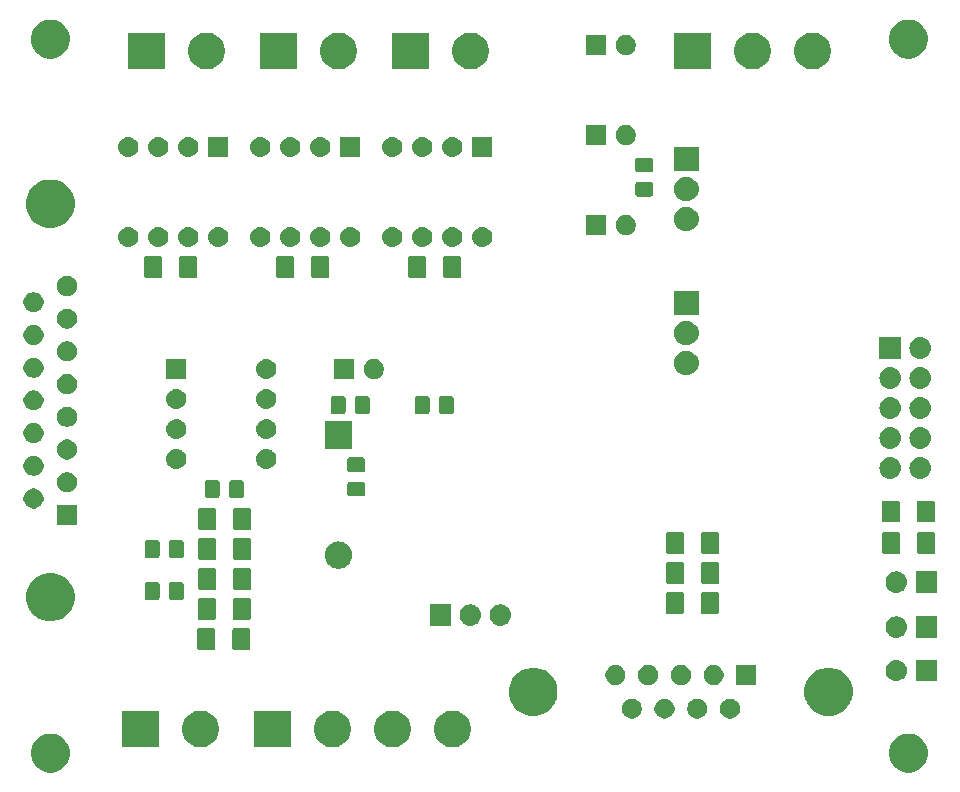
<source format=gbr>
G04 #@! TF.GenerationSoftware,KiCad,Pcbnew,(5.1.0)-1*
G04 #@! TF.CreationDate,2019-04-04T19:18:29+02:00*
G04 #@! TF.ProjectId,YAPSCO,59415053-434f-42e6-9b69-6361645f7063,rev?*
G04 #@! TF.SameCoordinates,PX6a95280PY86ae840*
G04 #@! TF.FileFunction,Soldermask,Bot*
G04 #@! TF.FilePolarity,Negative*
%FSLAX46Y46*%
G04 Gerber Fmt 4.6, Leading zero omitted, Abs format (unit mm)*
G04 Created by KiCad (PCBNEW (5.1.0)-1) date 2019-04-04 19:18:29*
%MOMM*%
%LPD*%
G04 APERTURE LIST*
%ADD10C,0.100000*%
G04 APERTURE END LIST*
D10*
G36*
X78099256Y8212702D02*
G01*
X78205579Y8191553D01*
X78506042Y8067097D01*
X78776451Y7886415D01*
X79006415Y7656451D01*
X79187097Y7386042D01*
X79311553Y7085579D01*
X79375000Y6766609D01*
X79375000Y6441391D01*
X79311553Y6122421D01*
X79187097Y5821958D01*
X79006415Y5551549D01*
X78776451Y5321585D01*
X78506042Y5140903D01*
X78205579Y5016447D01*
X78099256Y4995298D01*
X77886611Y4953000D01*
X77561389Y4953000D01*
X77348744Y4995298D01*
X77242421Y5016447D01*
X76941958Y5140903D01*
X76671549Y5321585D01*
X76441585Y5551549D01*
X76260903Y5821958D01*
X76136447Y6122421D01*
X76073000Y6441391D01*
X76073000Y6766609D01*
X76136447Y7085579D01*
X76260903Y7386042D01*
X76441585Y7656451D01*
X76671549Y7886415D01*
X76941958Y8067097D01*
X77242421Y8191553D01*
X77348744Y8212702D01*
X77561389Y8255000D01*
X77886611Y8255000D01*
X78099256Y8212702D01*
X78099256Y8212702D01*
G37*
G36*
X5455256Y8212702D02*
G01*
X5561579Y8191553D01*
X5862042Y8067097D01*
X6132451Y7886415D01*
X6362415Y7656451D01*
X6543097Y7386042D01*
X6667553Y7085579D01*
X6731000Y6766609D01*
X6731000Y6441391D01*
X6667553Y6122421D01*
X6543097Y5821958D01*
X6362415Y5551549D01*
X6132451Y5321585D01*
X5862042Y5140903D01*
X5561579Y5016447D01*
X5455256Y4995298D01*
X5242611Y4953000D01*
X4917389Y4953000D01*
X4704744Y4995298D01*
X4598421Y5016447D01*
X4297958Y5140903D01*
X4027549Y5321585D01*
X3797585Y5551549D01*
X3616903Y5821958D01*
X3492447Y6122421D01*
X3429000Y6441391D01*
X3429000Y6766609D01*
X3492447Y7085579D01*
X3616903Y7386042D01*
X3797585Y7656451D01*
X4027549Y7886415D01*
X4297958Y8067097D01*
X4598421Y8191553D01*
X4704744Y8212702D01*
X4917389Y8255000D01*
X5242611Y8255000D01*
X5455256Y8212702D01*
X5455256Y8212702D01*
G37*
G36*
X39418585Y10157198D02*
G01*
X39568410Y10127396D01*
X39850674Y10010479D01*
X40104705Y9840741D01*
X40320741Y9624705D01*
X40490479Y9370674D01*
X40607396Y9088410D01*
X40667000Y8788760D01*
X40667000Y8483240D01*
X40607396Y8183590D01*
X40490479Y7901326D01*
X40320741Y7647295D01*
X40104705Y7431259D01*
X39850674Y7261521D01*
X39568410Y7144604D01*
X39418585Y7114802D01*
X39268761Y7085000D01*
X38963239Y7085000D01*
X38813415Y7114802D01*
X38663590Y7144604D01*
X38381326Y7261521D01*
X38127295Y7431259D01*
X37911259Y7647295D01*
X37741521Y7901326D01*
X37624604Y8183590D01*
X37565000Y8483240D01*
X37565000Y8788760D01*
X37624604Y9088410D01*
X37741521Y9370674D01*
X37911259Y9624705D01*
X38127295Y9840741D01*
X38381326Y10010479D01*
X38663590Y10127396D01*
X38813415Y10157198D01*
X38963239Y10187000D01*
X39268761Y10187000D01*
X39418585Y10157198D01*
X39418585Y10157198D01*
G37*
G36*
X29258585Y10157198D02*
G01*
X29408410Y10127396D01*
X29690674Y10010479D01*
X29944705Y9840741D01*
X30160741Y9624705D01*
X30330479Y9370674D01*
X30447396Y9088410D01*
X30507000Y8788760D01*
X30507000Y8483240D01*
X30447396Y8183590D01*
X30330479Y7901326D01*
X30160741Y7647295D01*
X29944705Y7431259D01*
X29690674Y7261521D01*
X29408410Y7144604D01*
X29258585Y7114802D01*
X29108761Y7085000D01*
X28803239Y7085000D01*
X28653415Y7114802D01*
X28503590Y7144604D01*
X28221326Y7261521D01*
X27967295Y7431259D01*
X27751259Y7647295D01*
X27581521Y7901326D01*
X27464604Y8183590D01*
X27405000Y8483240D01*
X27405000Y8788760D01*
X27464604Y9088410D01*
X27581521Y9370674D01*
X27751259Y9624705D01*
X27967295Y9840741D01*
X28221326Y10010479D01*
X28503590Y10127396D01*
X28653415Y10157198D01*
X28803239Y10187000D01*
X29108761Y10187000D01*
X29258585Y10157198D01*
X29258585Y10157198D01*
G37*
G36*
X34338585Y10157198D02*
G01*
X34488410Y10127396D01*
X34770674Y10010479D01*
X35024705Y9840741D01*
X35240741Y9624705D01*
X35410479Y9370674D01*
X35527396Y9088410D01*
X35587000Y8788760D01*
X35587000Y8483240D01*
X35527396Y8183590D01*
X35410479Y7901326D01*
X35240741Y7647295D01*
X35024705Y7431259D01*
X34770674Y7261521D01*
X34488410Y7144604D01*
X34338585Y7114802D01*
X34188761Y7085000D01*
X33883239Y7085000D01*
X33733415Y7114802D01*
X33583590Y7144604D01*
X33301326Y7261521D01*
X33047295Y7431259D01*
X32831259Y7647295D01*
X32661521Y7901326D01*
X32544604Y8183590D01*
X32485000Y8483240D01*
X32485000Y8788760D01*
X32544604Y9088410D01*
X32661521Y9370674D01*
X32831259Y9624705D01*
X33047295Y9840741D01*
X33301326Y10010479D01*
X33583590Y10127396D01*
X33733415Y10157198D01*
X33883239Y10187000D01*
X34188761Y10187000D01*
X34338585Y10157198D01*
X34338585Y10157198D01*
G37*
G36*
X25427000Y7085000D02*
G01*
X22325000Y7085000D01*
X22325000Y10187000D01*
X25427000Y10187000D01*
X25427000Y7085000D01*
X25427000Y7085000D01*
G37*
G36*
X18082585Y10157198D02*
G01*
X18232410Y10127396D01*
X18514674Y10010479D01*
X18768705Y9840741D01*
X18984741Y9624705D01*
X19154479Y9370674D01*
X19271396Y9088410D01*
X19331000Y8788760D01*
X19331000Y8483240D01*
X19271396Y8183590D01*
X19154479Y7901326D01*
X18984741Y7647295D01*
X18768705Y7431259D01*
X18514674Y7261521D01*
X18232410Y7144604D01*
X18082585Y7114802D01*
X17932761Y7085000D01*
X17627239Y7085000D01*
X17477415Y7114802D01*
X17327590Y7144604D01*
X17045326Y7261521D01*
X16791295Y7431259D01*
X16575259Y7647295D01*
X16405521Y7901326D01*
X16288604Y8183590D01*
X16229000Y8483240D01*
X16229000Y8788760D01*
X16288604Y9088410D01*
X16405521Y9370674D01*
X16575259Y9624705D01*
X16791295Y9840741D01*
X17045326Y10010479D01*
X17327590Y10127396D01*
X17477415Y10157198D01*
X17627239Y10187000D01*
X17932761Y10187000D01*
X18082585Y10157198D01*
X18082585Y10157198D01*
G37*
G36*
X14251000Y7085000D02*
G01*
X11149000Y7085000D01*
X11149000Y10187000D01*
X14251000Y10187000D01*
X14251000Y7085000D01*
X14251000Y7085000D01*
G37*
G36*
X62871228Y11186297D02*
G01*
X63026100Y11122147D01*
X63165481Y11029015D01*
X63284015Y10910481D01*
X63377147Y10771100D01*
X63441297Y10616228D01*
X63474000Y10451816D01*
X63474000Y10284184D01*
X63441297Y10119772D01*
X63377147Y9964900D01*
X63284015Y9825519D01*
X63165481Y9706985D01*
X63026100Y9613853D01*
X62871228Y9549703D01*
X62706816Y9517000D01*
X62539184Y9517000D01*
X62374772Y9549703D01*
X62219900Y9613853D01*
X62080519Y9706985D01*
X61961985Y9825519D01*
X61868853Y9964900D01*
X61804703Y10119772D01*
X61772000Y10284184D01*
X61772000Y10451816D01*
X61804703Y10616228D01*
X61868853Y10771100D01*
X61961985Y10910481D01*
X62080519Y11029015D01*
X62219900Y11122147D01*
X62374772Y11186297D01*
X62539184Y11219000D01*
X62706816Y11219000D01*
X62871228Y11186297D01*
X62871228Y11186297D01*
G37*
G36*
X60101228Y11186297D02*
G01*
X60256100Y11122147D01*
X60395481Y11029015D01*
X60514015Y10910481D01*
X60607147Y10771100D01*
X60671297Y10616228D01*
X60704000Y10451816D01*
X60704000Y10284184D01*
X60671297Y10119772D01*
X60607147Y9964900D01*
X60514015Y9825519D01*
X60395481Y9706985D01*
X60256100Y9613853D01*
X60101228Y9549703D01*
X59936816Y9517000D01*
X59769184Y9517000D01*
X59604772Y9549703D01*
X59449900Y9613853D01*
X59310519Y9706985D01*
X59191985Y9825519D01*
X59098853Y9964900D01*
X59034703Y10119772D01*
X59002000Y10284184D01*
X59002000Y10451816D01*
X59034703Y10616228D01*
X59098853Y10771100D01*
X59191985Y10910481D01*
X59310519Y11029015D01*
X59449900Y11122147D01*
X59604772Y11186297D01*
X59769184Y11219000D01*
X59936816Y11219000D01*
X60101228Y11186297D01*
X60101228Y11186297D01*
G37*
G36*
X57331228Y11186297D02*
G01*
X57486100Y11122147D01*
X57625481Y11029015D01*
X57744015Y10910481D01*
X57837147Y10771100D01*
X57901297Y10616228D01*
X57934000Y10451816D01*
X57934000Y10284184D01*
X57901297Y10119772D01*
X57837147Y9964900D01*
X57744015Y9825519D01*
X57625481Y9706985D01*
X57486100Y9613853D01*
X57331228Y9549703D01*
X57166816Y9517000D01*
X56999184Y9517000D01*
X56834772Y9549703D01*
X56679900Y9613853D01*
X56540519Y9706985D01*
X56421985Y9825519D01*
X56328853Y9964900D01*
X56264703Y10119772D01*
X56232000Y10284184D01*
X56232000Y10451816D01*
X56264703Y10616228D01*
X56328853Y10771100D01*
X56421985Y10910481D01*
X56540519Y11029015D01*
X56679900Y11122147D01*
X56834772Y11186297D01*
X56999184Y11219000D01*
X57166816Y11219000D01*
X57331228Y11186297D01*
X57331228Y11186297D01*
G37*
G36*
X54561228Y11186297D02*
G01*
X54716100Y11122147D01*
X54855481Y11029015D01*
X54974015Y10910481D01*
X55067147Y10771100D01*
X55131297Y10616228D01*
X55164000Y10451816D01*
X55164000Y10284184D01*
X55131297Y10119772D01*
X55067147Y9964900D01*
X54974015Y9825519D01*
X54855481Y9706985D01*
X54716100Y9613853D01*
X54561228Y9549703D01*
X54396816Y9517000D01*
X54229184Y9517000D01*
X54064772Y9549703D01*
X53909900Y9613853D01*
X53770519Y9706985D01*
X53651985Y9825519D01*
X53558853Y9964900D01*
X53494703Y10119772D01*
X53462000Y10284184D01*
X53462000Y10451816D01*
X53494703Y10616228D01*
X53558853Y10771100D01*
X53651985Y10910481D01*
X53770519Y11029015D01*
X53909900Y11122147D01*
X54064772Y11186297D01*
X54229184Y11219000D01*
X54396816Y11219000D01*
X54561228Y11186297D01*
X54561228Y11186297D01*
G37*
G36*
X71566254Y13760182D02*
G01*
X71926170Y13611100D01*
X71939513Y13605573D01*
X72275436Y13381116D01*
X72561116Y13095436D01*
X72734318Y12836222D01*
X72785574Y12759511D01*
X72940182Y12386254D01*
X73019000Y11990007D01*
X73019000Y11585993D01*
X72940182Y11189746D01*
X72824506Y10910480D01*
X72785573Y10816487D01*
X72561116Y10480564D01*
X72275436Y10194884D01*
X71939513Y9970427D01*
X71939512Y9970426D01*
X71939511Y9970426D01*
X71566254Y9815818D01*
X71170007Y9737000D01*
X70765993Y9737000D01*
X70369746Y9815818D01*
X69996489Y9970426D01*
X69996488Y9970426D01*
X69996487Y9970427D01*
X69660564Y10194884D01*
X69374884Y10480564D01*
X69150427Y10816487D01*
X69111494Y10910480D01*
X68995818Y11189746D01*
X68917000Y11585993D01*
X68917000Y11990007D01*
X68995818Y12386254D01*
X69150426Y12759511D01*
X69201683Y12836222D01*
X69374884Y13095436D01*
X69660564Y13381116D01*
X69996487Y13605573D01*
X70009830Y13611100D01*
X70369746Y13760182D01*
X70765993Y13839000D01*
X71170007Y13839000D01*
X71566254Y13760182D01*
X71566254Y13760182D01*
G37*
G36*
X46566254Y13760182D02*
G01*
X46926170Y13611100D01*
X46939513Y13605573D01*
X47275436Y13381116D01*
X47561116Y13095436D01*
X47734318Y12836222D01*
X47785574Y12759511D01*
X47940182Y12386254D01*
X48019000Y11990007D01*
X48019000Y11585993D01*
X47940182Y11189746D01*
X47824506Y10910480D01*
X47785573Y10816487D01*
X47561116Y10480564D01*
X47275436Y10194884D01*
X46939513Y9970427D01*
X46939512Y9970426D01*
X46939511Y9970426D01*
X46566254Y9815818D01*
X46170007Y9737000D01*
X45765993Y9737000D01*
X45369746Y9815818D01*
X44996489Y9970426D01*
X44996488Y9970426D01*
X44996487Y9970427D01*
X44660564Y10194884D01*
X44374884Y10480564D01*
X44150427Y10816487D01*
X44111494Y10910480D01*
X43995818Y11189746D01*
X43917000Y11585993D01*
X43917000Y11990007D01*
X43995818Y12386254D01*
X44150426Y12759511D01*
X44201683Y12836222D01*
X44374884Y13095436D01*
X44660564Y13381116D01*
X44996487Y13605573D01*
X45009830Y13611100D01*
X45369746Y13760182D01*
X45765993Y13839000D01*
X46170007Y13839000D01*
X46566254Y13760182D01*
X46566254Y13760182D01*
G37*
G36*
X64859000Y12357000D02*
G01*
X63157000Y12357000D01*
X63157000Y14059000D01*
X64859000Y14059000D01*
X64859000Y12357000D01*
X64859000Y12357000D01*
G37*
G36*
X61486228Y14026297D02*
G01*
X61641100Y13962147D01*
X61780481Y13869015D01*
X61899015Y13750481D01*
X61992147Y13611100D01*
X62056297Y13456228D01*
X62089000Y13291816D01*
X62089000Y13124184D01*
X62056297Y12959772D01*
X61992147Y12804900D01*
X61899015Y12665519D01*
X61780481Y12546985D01*
X61641100Y12453853D01*
X61486228Y12389703D01*
X61321816Y12357000D01*
X61154184Y12357000D01*
X60989772Y12389703D01*
X60834900Y12453853D01*
X60695519Y12546985D01*
X60576985Y12665519D01*
X60483853Y12804900D01*
X60419703Y12959772D01*
X60387000Y13124184D01*
X60387000Y13291816D01*
X60419703Y13456228D01*
X60483853Y13611100D01*
X60576985Y13750481D01*
X60695519Y13869015D01*
X60834900Y13962147D01*
X60989772Y14026297D01*
X61154184Y14059000D01*
X61321816Y14059000D01*
X61486228Y14026297D01*
X61486228Y14026297D01*
G37*
G36*
X58716228Y14026297D02*
G01*
X58871100Y13962147D01*
X59010481Y13869015D01*
X59129015Y13750481D01*
X59222147Y13611100D01*
X59286297Y13456228D01*
X59319000Y13291816D01*
X59319000Y13124184D01*
X59286297Y12959772D01*
X59222147Y12804900D01*
X59129015Y12665519D01*
X59010481Y12546985D01*
X58871100Y12453853D01*
X58716228Y12389703D01*
X58551816Y12357000D01*
X58384184Y12357000D01*
X58219772Y12389703D01*
X58064900Y12453853D01*
X57925519Y12546985D01*
X57806985Y12665519D01*
X57713853Y12804900D01*
X57649703Y12959772D01*
X57617000Y13124184D01*
X57617000Y13291816D01*
X57649703Y13456228D01*
X57713853Y13611100D01*
X57806985Y13750481D01*
X57925519Y13869015D01*
X58064900Y13962147D01*
X58219772Y14026297D01*
X58384184Y14059000D01*
X58551816Y14059000D01*
X58716228Y14026297D01*
X58716228Y14026297D01*
G37*
G36*
X55946228Y14026297D02*
G01*
X56101100Y13962147D01*
X56240481Y13869015D01*
X56359015Y13750481D01*
X56452147Y13611100D01*
X56516297Y13456228D01*
X56549000Y13291816D01*
X56549000Y13124184D01*
X56516297Y12959772D01*
X56452147Y12804900D01*
X56359015Y12665519D01*
X56240481Y12546985D01*
X56101100Y12453853D01*
X55946228Y12389703D01*
X55781816Y12357000D01*
X55614184Y12357000D01*
X55449772Y12389703D01*
X55294900Y12453853D01*
X55155519Y12546985D01*
X55036985Y12665519D01*
X54943853Y12804900D01*
X54879703Y12959772D01*
X54847000Y13124184D01*
X54847000Y13291816D01*
X54879703Y13456228D01*
X54943853Y13611100D01*
X55036985Y13750481D01*
X55155519Y13869015D01*
X55294900Y13962147D01*
X55449772Y14026297D01*
X55614184Y14059000D01*
X55781816Y14059000D01*
X55946228Y14026297D01*
X55946228Y14026297D01*
G37*
G36*
X53176228Y14026297D02*
G01*
X53331100Y13962147D01*
X53470481Y13869015D01*
X53589015Y13750481D01*
X53682147Y13611100D01*
X53746297Y13456228D01*
X53779000Y13291816D01*
X53779000Y13124184D01*
X53746297Y12959772D01*
X53682147Y12804900D01*
X53589015Y12665519D01*
X53470481Y12546985D01*
X53331100Y12453853D01*
X53176228Y12389703D01*
X53011816Y12357000D01*
X52844184Y12357000D01*
X52679772Y12389703D01*
X52524900Y12453853D01*
X52385519Y12546985D01*
X52266985Y12665519D01*
X52173853Y12804900D01*
X52109703Y12959772D01*
X52077000Y13124184D01*
X52077000Y13291816D01*
X52109703Y13456228D01*
X52173853Y13611100D01*
X52266985Y13750481D01*
X52385519Y13869015D01*
X52524900Y13962147D01*
X52679772Y14026297D01*
X52844184Y14059000D01*
X53011816Y14059000D01*
X53176228Y14026297D01*
X53176228Y14026297D01*
G37*
G36*
X76818442Y14483482D02*
G01*
X76884627Y14476963D01*
X77054466Y14425443D01*
X77210991Y14341778D01*
X77246729Y14312448D01*
X77348186Y14229186D01*
X77431448Y14127729D01*
X77460778Y14091991D01*
X77544443Y13935466D01*
X77595963Y13765627D01*
X77613359Y13589000D01*
X77595963Y13412373D01*
X77544443Y13242534D01*
X77460778Y13086009D01*
X77431448Y13050271D01*
X77348186Y12948814D01*
X77246729Y12865552D01*
X77210991Y12836222D01*
X77054466Y12752557D01*
X76884627Y12701037D01*
X76818443Y12694519D01*
X76752260Y12688000D01*
X76663740Y12688000D01*
X76597557Y12694519D01*
X76531373Y12701037D01*
X76361534Y12752557D01*
X76205009Y12836222D01*
X76169271Y12865552D01*
X76067814Y12948814D01*
X75984552Y13050271D01*
X75955222Y13086009D01*
X75871557Y13242534D01*
X75820037Y13412373D01*
X75802641Y13589000D01*
X75820037Y13765627D01*
X75871557Y13935466D01*
X75955222Y14091991D01*
X75984552Y14127729D01*
X76067814Y14229186D01*
X76169271Y14312448D01*
X76205009Y14341778D01*
X76361534Y14425443D01*
X76531373Y14476963D01*
X76597558Y14483482D01*
X76663740Y14490000D01*
X76752260Y14490000D01*
X76818442Y14483482D01*
X76818442Y14483482D01*
G37*
G36*
X80149000Y12688000D02*
G01*
X78347000Y12688000D01*
X78347000Y14490000D01*
X80149000Y14490000D01*
X80149000Y12688000D01*
X80149000Y12688000D01*
G37*
G36*
X18901062Y17177819D02*
G01*
X18935981Y17167226D01*
X18968163Y17150024D01*
X18996373Y17126873D01*
X19019524Y17098663D01*
X19036726Y17066481D01*
X19047319Y17031562D01*
X19051500Y16989105D01*
X19051500Y15522895D01*
X19047319Y15480438D01*
X19036726Y15445519D01*
X19019524Y15413337D01*
X18996373Y15385127D01*
X18968163Y15361976D01*
X18935981Y15344774D01*
X18901062Y15334181D01*
X18858605Y15330000D01*
X17717395Y15330000D01*
X17674938Y15334181D01*
X17640019Y15344774D01*
X17607837Y15361976D01*
X17579627Y15385127D01*
X17556476Y15413337D01*
X17539274Y15445519D01*
X17528681Y15480438D01*
X17524500Y15522895D01*
X17524500Y16989105D01*
X17528681Y17031562D01*
X17539274Y17066481D01*
X17556476Y17098663D01*
X17579627Y17126873D01*
X17607837Y17150024D01*
X17640019Y17167226D01*
X17674938Y17177819D01*
X17717395Y17182000D01*
X18858605Y17182000D01*
X18901062Y17177819D01*
X18901062Y17177819D01*
G37*
G36*
X21876062Y17177819D02*
G01*
X21910981Y17167226D01*
X21943163Y17150024D01*
X21971373Y17126873D01*
X21994524Y17098663D01*
X22011726Y17066481D01*
X22022319Y17031562D01*
X22026500Y16989105D01*
X22026500Y15522895D01*
X22022319Y15480438D01*
X22011726Y15445519D01*
X21994524Y15413337D01*
X21971373Y15385127D01*
X21943163Y15361976D01*
X21910981Y15344774D01*
X21876062Y15334181D01*
X21833605Y15330000D01*
X20692395Y15330000D01*
X20649938Y15334181D01*
X20615019Y15344774D01*
X20582837Y15361976D01*
X20554627Y15385127D01*
X20531476Y15413337D01*
X20514274Y15445519D01*
X20503681Y15480438D01*
X20499500Y15522895D01*
X20499500Y16989105D01*
X20503681Y17031562D01*
X20514274Y17066481D01*
X20531476Y17098663D01*
X20554627Y17126873D01*
X20582837Y17150024D01*
X20615019Y17167226D01*
X20649938Y17177819D01*
X20692395Y17182000D01*
X21833605Y17182000D01*
X21876062Y17177819D01*
X21876062Y17177819D01*
G37*
G36*
X76818442Y18166482D02*
G01*
X76884627Y18159963D01*
X77054466Y18108443D01*
X77210991Y18024778D01*
X77216279Y18020438D01*
X77348186Y17912186D01*
X77431448Y17810729D01*
X77460778Y17774991D01*
X77544443Y17618466D01*
X77595963Y17448627D01*
X77613359Y17272000D01*
X77595963Y17095373D01*
X77544443Y16925534D01*
X77460778Y16769009D01*
X77431448Y16733271D01*
X77348186Y16631814D01*
X77246729Y16548552D01*
X77210991Y16519222D01*
X77054466Y16435557D01*
X76884627Y16384037D01*
X76818442Y16377518D01*
X76752260Y16371000D01*
X76663740Y16371000D01*
X76597558Y16377518D01*
X76531373Y16384037D01*
X76361534Y16435557D01*
X76205009Y16519222D01*
X76169271Y16548552D01*
X76067814Y16631814D01*
X75984552Y16733271D01*
X75955222Y16769009D01*
X75871557Y16925534D01*
X75820037Y17095373D01*
X75802641Y17272000D01*
X75820037Y17448627D01*
X75871557Y17618466D01*
X75955222Y17774991D01*
X75984552Y17810729D01*
X76067814Y17912186D01*
X76199721Y18020438D01*
X76205009Y18024778D01*
X76361534Y18108443D01*
X76531373Y18159963D01*
X76597558Y18166482D01*
X76663740Y18173000D01*
X76752260Y18173000D01*
X76818442Y18166482D01*
X76818442Y18166482D01*
G37*
G36*
X80149000Y16371000D02*
G01*
X78347000Y16371000D01*
X78347000Y18173000D01*
X80149000Y18173000D01*
X80149000Y16371000D01*
X80149000Y16371000D01*
G37*
G36*
X39001000Y17387000D02*
G01*
X37199000Y17387000D01*
X37199000Y19189000D01*
X39001000Y19189000D01*
X39001000Y17387000D01*
X39001000Y17387000D01*
G37*
G36*
X40750442Y19182482D02*
G01*
X40816627Y19175963D01*
X40986466Y19124443D01*
X41142991Y19040778D01*
X41178729Y19011448D01*
X41280186Y18928186D01*
X41363448Y18826729D01*
X41392778Y18790991D01*
X41476443Y18634466D01*
X41527963Y18464627D01*
X41545359Y18288000D01*
X41527963Y18111373D01*
X41476443Y17941534D01*
X41392778Y17785009D01*
X41373074Y17761000D01*
X41280186Y17647814D01*
X41178729Y17564552D01*
X41142991Y17535222D01*
X40986466Y17451557D01*
X40816627Y17400037D01*
X40750443Y17393519D01*
X40684260Y17387000D01*
X40595740Y17387000D01*
X40529557Y17393519D01*
X40463373Y17400037D01*
X40293534Y17451557D01*
X40137009Y17535222D01*
X40101271Y17564552D01*
X39999814Y17647814D01*
X39906926Y17761000D01*
X39887222Y17785009D01*
X39803557Y17941534D01*
X39752037Y18111373D01*
X39734641Y18288000D01*
X39752037Y18464627D01*
X39803557Y18634466D01*
X39887222Y18790991D01*
X39916552Y18826729D01*
X39999814Y18928186D01*
X40101271Y19011448D01*
X40137009Y19040778D01*
X40293534Y19124443D01*
X40463373Y19175963D01*
X40529558Y19182482D01*
X40595740Y19189000D01*
X40684260Y19189000D01*
X40750442Y19182482D01*
X40750442Y19182482D01*
G37*
G36*
X43290442Y19182482D02*
G01*
X43356627Y19175963D01*
X43526466Y19124443D01*
X43682991Y19040778D01*
X43718729Y19011448D01*
X43820186Y18928186D01*
X43903448Y18826729D01*
X43932778Y18790991D01*
X44016443Y18634466D01*
X44067963Y18464627D01*
X44085359Y18288000D01*
X44067963Y18111373D01*
X44016443Y17941534D01*
X43932778Y17785009D01*
X43913074Y17761000D01*
X43820186Y17647814D01*
X43718729Y17564552D01*
X43682991Y17535222D01*
X43526466Y17451557D01*
X43356627Y17400037D01*
X43290443Y17393519D01*
X43224260Y17387000D01*
X43135740Y17387000D01*
X43069557Y17393519D01*
X43003373Y17400037D01*
X42833534Y17451557D01*
X42677009Y17535222D01*
X42641271Y17564552D01*
X42539814Y17647814D01*
X42446926Y17761000D01*
X42427222Y17785009D01*
X42343557Y17941534D01*
X42292037Y18111373D01*
X42274641Y18288000D01*
X42292037Y18464627D01*
X42343557Y18634466D01*
X42427222Y18790991D01*
X42456552Y18826729D01*
X42539814Y18928186D01*
X42641271Y19011448D01*
X42677009Y19040778D01*
X42833534Y19124443D01*
X43003373Y19175963D01*
X43069558Y19182482D01*
X43135740Y19189000D01*
X43224260Y19189000D01*
X43290442Y19182482D01*
X43290442Y19182482D01*
G37*
G36*
X5678254Y21784182D02*
G01*
X6051511Y21629574D01*
X6051513Y21629573D01*
X6387436Y21405116D01*
X6673116Y21119436D01*
X6817746Y20902983D01*
X6897574Y20783511D01*
X7052182Y20410254D01*
X7131000Y20014007D01*
X7131000Y19609993D01*
X7052182Y19213746D01*
X6980536Y19040778D01*
X6897573Y18840487D01*
X6673116Y18504564D01*
X6387436Y18218884D01*
X6051513Y17994427D01*
X6051512Y17994426D01*
X6051511Y17994426D01*
X5678254Y17839818D01*
X5282007Y17761000D01*
X4877993Y17761000D01*
X4481746Y17839818D01*
X4108489Y17994426D01*
X4108488Y17994426D01*
X4108487Y17994427D01*
X3772564Y18218884D01*
X3486884Y18504564D01*
X3262427Y18840487D01*
X3179464Y19040778D01*
X3107818Y19213746D01*
X3029000Y19609993D01*
X3029000Y20014007D01*
X3107818Y20410254D01*
X3262426Y20783511D01*
X3342255Y20902983D01*
X3486884Y21119436D01*
X3772564Y21405116D01*
X4108487Y21629573D01*
X4108489Y21629574D01*
X4481746Y21784182D01*
X4877993Y21863000D01*
X5282007Y21863000D01*
X5678254Y21784182D01*
X5678254Y21784182D01*
G37*
G36*
X21912562Y19717819D02*
G01*
X21947481Y19707226D01*
X21979663Y19690024D01*
X22007873Y19666873D01*
X22031024Y19638663D01*
X22048226Y19606481D01*
X22058819Y19571562D01*
X22063000Y19529105D01*
X22063000Y18062895D01*
X22058819Y18020438D01*
X22048226Y17985519D01*
X22031024Y17953337D01*
X22007873Y17925127D01*
X21979663Y17901976D01*
X21947481Y17884774D01*
X21912562Y17874181D01*
X21870105Y17870000D01*
X20728895Y17870000D01*
X20686438Y17874181D01*
X20651519Y17884774D01*
X20619337Y17901976D01*
X20591127Y17925127D01*
X20567976Y17953337D01*
X20550774Y17985519D01*
X20540181Y18020438D01*
X20536000Y18062895D01*
X20536000Y19529105D01*
X20540181Y19571562D01*
X20550774Y19606481D01*
X20567976Y19638663D01*
X20591127Y19666873D01*
X20619337Y19690024D01*
X20651519Y19707226D01*
X20686438Y19717819D01*
X20728895Y19722000D01*
X21870105Y19722000D01*
X21912562Y19717819D01*
X21912562Y19717819D01*
G37*
G36*
X18937562Y19717819D02*
G01*
X18972481Y19707226D01*
X19004663Y19690024D01*
X19032873Y19666873D01*
X19056024Y19638663D01*
X19073226Y19606481D01*
X19083819Y19571562D01*
X19088000Y19529105D01*
X19088000Y18062895D01*
X19083819Y18020438D01*
X19073226Y17985519D01*
X19056024Y17953337D01*
X19032873Y17925127D01*
X19004663Y17901976D01*
X18972481Y17884774D01*
X18937562Y17874181D01*
X18895105Y17870000D01*
X17753895Y17870000D01*
X17711438Y17874181D01*
X17676519Y17884774D01*
X17644337Y17901976D01*
X17616127Y17925127D01*
X17592976Y17953337D01*
X17575774Y17985519D01*
X17565181Y18020438D01*
X17561000Y18062895D01*
X17561000Y19529105D01*
X17565181Y19571562D01*
X17575774Y19606481D01*
X17592976Y19638663D01*
X17616127Y19666873D01*
X17644337Y19690024D01*
X17676519Y19707226D01*
X17711438Y19717819D01*
X17753895Y19722000D01*
X18895105Y19722000D01*
X18937562Y19717819D01*
X18937562Y19717819D01*
G37*
G36*
X58561562Y20225819D02*
G01*
X58596481Y20215226D01*
X58628663Y20198024D01*
X58656873Y20174873D01*
X58680024Y20146663D01*
X58697226Y20114481D01*
X58707819Y20079562D01*
X58712000Y20037105D01*
X58712000Y18570895D01*
X58707819Y18528438D01*
X58697226Y18493519D01*
X58680024Y18461337D01*
X58656873Y18433127D01*
X58628663Y18409976D01*
X58596481Y18392774D01*
X58561562Y18382181D01*
X58519105Y18378000D01*
X57377895Y18378000D01*
X57335438Y18382181D01*
X57300519Y18392774D01*
X57268337Y18409976D01*
X57240127Y18433127D01*
X57216976Y18461337D01*
X57199774Y18493519D01*
X57189181Y18528438D01*
X57185000Y18570895D01*
X57185000Y20037105D01*
X57189181Y20079562D01*
X57199774Y20114481D01*
X57216976Y20146663D01*
X57240127Y20174873D01*
X57268337Y20198024D01*
X57300519Y20215226D01*
X57335438Y20225819D01*
X57377895Y20230000D01*
X58519105Y20230000D01*
X58561562Y20225819D01*
X58561562Y20225819D01*
G37*
G36*
X61536562Y20225819D02*
G01*
X61571481Y20215226D01*
X61603663Y20198024D01*
X61631873Y20174873D01*
X61655024Y20146663D01*
X61672226Y20114481D01*
X61682819Y20079562D01*
X61687000Y20037105D01*
X61687000Y18570895D01*
X61682819Y18528438D01*
X61672226Y18493519D01*
X61655024Y18461337D01*
X61631873Y18433127D01*
X61603663Y18409976D01*
X61571481Y18392774D01*
X61536562Y18382181D01*
X61494105Y18378000D01*
X60352895Y18378000D01*
X60310438Y18382181D01*
X60275519Y18392774D01*
X60243337Y18409976D01*
X60215127Y18433127D01*
X60191976Y18461337D01*
X60174774Y18493519D01*
X60164181Y18528438D01*
X60160000Y18570895D01*
X60160000Y20037105D01*
X60164181Y20079562D01*
X60174774Y20114481D01*
X60191976Y20146663D01*
X60215127Y20174873D01*
X60243337Y20198024D01*
X60275519Y20215226D01*
X60310438Y20225819D01*
X60352895Y20230000D01*
X61494105Y20230000D01*
X61536562Y20225819D01*
X61536562Y20225819D01*
G37*
G36*
X16220674Y21066535D02*
G01*
X16258367Y21055101D01*
X16293103Y21036534D01*
X16323548Y21011548D01*
X16348534Y20981103D01*
X16367101Y20946367D01*
X16378535Y20908674D01*
X16383000Y20863339D01*
X16383000Y19776661D01*
X16378535Y19731326D01*
X16367101Y19693633D01*
X16348534Y19658897D01*
X16323548Y19628452D01*
X16293103Y19603466D01*
X16258367Y19584899D01*
X16220674Y19573465D01*
X16175339Y19569000D01*
X15338661Y19569000D01*
X15293326Y19573465D01*
X15255633Y19584899D01*
X15220897Y19603466D01*
X15190452Y19628452D01*
X15165466Y19658897D01*
X15146899Y19693633D01*
X15135465Y19731326D01*
X15131000Y19776661D01*
X15131000Y20863339D01*
X15135465Y20908674D01*
X15146899Y20946367D01*
X15165466Y20981103D01*
X15190452Y21011548D01*
X15220897Y21036534D01*
X15255633Y21055101D01*
X15293326Y21066535D01*
X15338661Y21071000D01*
X16175339Y21071000D01*
X16220674Y21066535D01*
X16220674Y21066535D01*
G37*
G36*
X14170674Y21066535D02*
G01*
X14208367Y21055101D01*
X14243103Y21036534D01*
X14273548Y21011548D01*
X14298534Y20981103D01*
X14317101Y20946367D01*
X14328535Y20908674D01*
X14333000Y20863339D01*
X14333000Y19776661D01*
X14328535Y19731326D01*
X14317101Y19693633D01*
X14298534Y19658897D01*
X14273548Y19628452D01*
X14243103Y19603466D01*
X14208367Y19584899D01*
X14170674Y19573465D01*
X14125339Y19569000D01*
X13288661Y19569000D01*
X13243326Y19573465D01*
X13205633Y19584899D01*
X13170897Y19603466D01*
X13140452Y19628452D01*
X13115466Y19658897D01*
X13096899Y19693633D01*
X13085465Y19731326D01*
X13081000Y19776661D01*
X13081000Y20863339D01*
X13085465Y20908674D01*
X13096899Y20946367D01*
X13115466Y20981103D01*
X13140452Y21011548D01*
X13170897Y21036534D01*
X13205633Y21055101D01*
X13243326Y21066535D01*
X13288661Y21071000D01*
X14125339Y21071000D01*
X14170674Y21066535D01*
X14170674Y21066535D01*
G37*
G36*
X76818443Y21976481D02*
G01*
X76884627Y21969963D01*
X77054466Y21918443D01*
X77210991Y21834778D01*
X77246729Y21805448D01*
X77348186Y21722186D01*
X77424190Y21629573D01*
X77460778Y21584991D01*
X77544443Y21428466D01*
X77595963Y21258627D01*
X77613359Y21082000D01*
X77595963Y20905373D01*
X77544443Y20735534D01*
X77460778Y20579009D01*
X77457796Y20575376D01*
X77348186Y20441814D01*
X77246729Y20358552D01*
X77210991Y20329222D01*
X77054466Y20245557D01*
X76884627Y20194037D01*
X76818442Y20187518D01*
X76752260Y20181000D01*
X76663740Y20181000D01*
X76597558Y20187518D01*
X76531373Y20194037D01*
X76361534Y20245557D01*
X76205009Y20329222D01*
X76169271Y20358552D01*
X76067814Y20441814D01*
X75958204Y20575376D01*
X75955222Y20579009D01*
X75871557Y20735534D01*
X75820037Y20905373D01*
X75802641Y21082000D01*
X75820037Y21258627D01*
X75871557Y21428466D01*
X75955222Y21584991D01*
X75991810Y21629573D01*
X76067814Y21722186D01*
X76169271Y21805448D01*
X76205009Y21834778D01*
X76361534Y21918443D01*
X76531373Y21969963D01*
X76597557Y21976481D01*
X76663740Y21983000D01*
X76752260Y21983000D01*
X76818443Y21976481D01*
X76818443Y21976481D01*
G37*
G36*
X80149000Y20181000D02*
G01*
X78347000Y20181000D01*
X78347000Y21983000D01*
X80149000Y21983000D01*
X80149000Y20181000D01*
X80149000Y20181000D01*
G37*
G36*
X18974062Y22257819D02*
G01*
X19008981Y22247226D01*
X19041163Y22230024D01*
X19069373Y22206873D01*
X19092524Y22178663D01*
X19109726Y22146481D01*
X19120319Y22111562D01*
X19124500Y22069105D01*
X19124500Y20602895D01*
X19120319Y20560438D01*
X19109726Y20525519D01*
X19092524Y20493337D01*
X19069373Y20465127D01*
X19041163Y20441976D01*
X19008981Y20424774D01*
X18974062Y20414181D01*
X18931605Y20410000D01*
X17790395Y20410000D01*
X17747938Y20414181D01*
X17713019Y20424774D01*
X17680837Y20441976D01*
X17652627Y20465127D01*
X17629476Y20493337D01*
X17612274Y20525519D01*
X17601681Y20560438D01*
X17597500Y20602895D01*
X17597500Y22069105D01*
X17601681Y22111562D01*
X17612274Y22146481D01*
X17629476Y22178663D01*
X17652627Y22206873D01*
X17680837Y22230024D01*
X17713019Y22247226D01*
X17747938Y22257819D01*
X17790395Y22262000D01*
X18931605Y22262000D01*
X18974062Y22257819D01*
X18974062Y22257819D01*
G37*
G36*
X21949062Y22257819D02*
G01*
X21983981Y22247226D01*
X22016163Y22230024D01*
X22044373Y22206873D01*
X22067524Y22178663D01*
X22084726Y22146481D01*
X22095319Y22111562D01*
X22099500Y22069105D01*
X22099500Y20602895D01*
X22095319Y20560438D01*
X22084726Y20525519D01*
X22067524Y20493337D01*
X22044373Y20465127D01*
X22016163Y20441976D01*
X21983981Y20424774D01*
X21949062Y20414181D01*
X21906605Y20410000D01*
X20765395Y20410000D01*
X20722938Y20414181D01*
X20688019Y20424774D01*
X20655837Y20441976D01*
X20627627Y20465127D01*
X20604476Y20493337D01*
X20587274Y20525519D01*
X20576681Y20560438D01*
X20572500Y20602895D01*
X20572500Y22069105D01*
X20576681Y22111562D01*
X20587274Y22146481D01*
X20604476Y22178663D01*
X20627627Y22206873D01*
X20655837Y22230024D01*
X20688019Y22247226D01*
X20722938Y22257819D01*
X20765395Y22262000D01*
X21906605Y22262000D01*
X21949062Y22257819D01*
X21949062Y22257819D01*
G37*
G36*
X58598062Y22765819D02*
G01*
X58632981Y22755226D01*
X58665163Y22738024D01*
X58693373Y22714873D01*
X58716524Y22686663D01*
X58733726Y22654481D01*
X58744319Y22619562D01*
X58748500Y22577105D01*
X58748500Y21110895D01*
X58744319Y21068438D01*
X58733726Y21033519D01*
X58716524Y21001337D01*
X58693373Y20973127D01*
X58665163Y20949976D01*
X58632981Y20932774D01*
X58598062Y20922181D01*
X58555605Y20918000D01*
X57414395Y20918000D01*
X57371938Y20922181D01*
X57337019Y20932774D01*
X57304837Y20949976D01*
X57276627Y20973127D01*
X57253476Y21001337D01*
X57236274Y21033519D01*
X57225681Y21068438D01*
X57221500Y21110895D01*
X57221500Y22577105D01*
X57225681Y22619562D01*
X57236274Y22654481D01*
X57253476Y22686663D01*
X57276627Y22714873D01*
X57304837Y22738024D01*
X57337019Y22755226D01*
X57371938Y22765819D01*
X57414395Y22770000D01*
X58555605Y22770000D01*
X58598062Y22765819D01*
X58598062Y22765819D01*
G37*
G36*
X61573062Y22765819D02*
G01*
X61607981Y22755226D01*
X61640163Y22738024D01*
X61668373Y22714873D01*
X61691524Y22686663D01*
X61708726Y22654481D01*
X61719319Y22619562D01*
X61723500Y22577105D01*
X61723500Y21110895D01*
X61719319Y21068438D01*
X61708726Y21033519D01*
X61691524Y21001337D01*
X61668373Y20973127D01*
X61640163Y20949976D01*
X61607981Y20932774D01*
X61573062Y20922181D01*
X61530605Y20918000D01*
X60389395Y20918000D01*
X60346938Y20922181D01*
X60312019Y20932774D01*
X60279837Y20949976D01*
X60251627Y20973127D01*
X60228476Y21001337D01*
X60211274Y21033519D01*
X60200681Y21068438D01*
X60196500Y21110895D01*
X60196500Y22577105D01*
X60200681Y22619562D01*
X60211274Y22654481D01*
X60228476Y22686663D01*
X60251627Y22714873D01*
X60279837Y22738024D01*
X60312019Y22755226D01*
X60346938Y22765819D01*
X60389395Y22770000D01*
X61530605Y22770000D01*
X61573062Y22765819D01*
X61573062Y22765819D01*
G37*
G36*
X29633271Y24507897D02*
G01*
X29689635Y24502346D01*
X29906600Y24436530D01*
X29906602Y24436529D01*
X30106555Y24329653D01*
X30281818Y24185818D01*
X30425653Y24010555D01*
X30532529Y23810602D01*
X30532530Y23810600D01*
X30598346Y23593635D01*
X30620569Y23368000D01*
X30598346Y23142365D01*
X30541261Y22954181D01*
X30532529Y22925398D01*
X30425653Y22725445D01*
X30281818Y22550182D01*
X30106555Y22406347D01*
X29906602Y22299471D01*
X29906600Y22299470D01*
X29689635Y22233654D01*
X29633271Y22228103D01*
X29520545Y22217000D01*
X29407455Y22217000D01*
X29294729Y22228103D01*
X29238365Y22233654D01*
X29021400Y22299470D01*
X29021398Y22299471D01*
X28821445Y22406347D01*
X28646182Y22550182D01*
X28502347Y22725445D01*
X28395471Y22925398D01*
X28386740Y22954181D01*
X28329654Y23142365D01*
X28307431Y23368000D01*
X28329654Y23593635D01*
X28395470Y23810600D01*
X28395471Y23810602D01*
X28502347Y24010555D01*
X28646182Y24185818D01*
X28821445Y24329653D01*
X29021398Y24436529D01*
X29021400Y24436530D01*
X29238365Y24502346D01*
X29294729Y24507897D01*
X29407455Y24519000D01*
X29520545Y24519000D01*
X29633271Y24507897D01*
X29633271Y24507897D01*
G37*
G36*
X21949062Y24797819D02*
G01*
X21983981Y24787226D01*
X22016163Y24770024D01*
X22044373Y24746873D01*
X22067524Y24718663D01*
X22084726Y24686481D01*
X22095319Y24651562D01*
X22099500Y24609105D01*
X22099500Y23142895D01*
X22095319Y23100438D01*
X22084726Y23065519D01*
X22067524Y23033337D01*
X22044373Y23005127D01*
X22016163Y22981976D01*
X21983981Y22964774D01*
X21949062Y22954181D01*
X21906605Y22950000D01*
X20765395Y22950000D01*
X20722938Y22954181D01*
X20688019Y22964774D01*
X20655837Y22981976D01*
X20627627Y23005127D01*
X20604476Y23033337D01*
X20587274Y23065519D01*
X20576681Y23100438D01*
X20572500Y23142895D01*
X20572500Y24609105D01*
X20576681Y24651562D01*
X20587274Y24686481D01*
X20604476Y24718663D01*
X20627627Y24746873D01*
X20655837Y24770024D01*
X20688019Y24787226D01*
X20722938Y24797819D01*
X20765395Y24802000D01*
X21906605Y24802000D01*
X21949062Y24797819D01*
X21949062Y24797819D01*
G37*
G36*
X18974062Y24797819D02*
G01*
X19008981Y24787226D01*
X19041163Y24770024D01*
X19069373Y24746873D01*
X19092524Y24718663D01*
X19109726Y24686481D01*
X19120319Y24651562D01*
X19124500Y24609105D01*
X19124500Y23142895D01*
X19120319Y23100438D01*
X19109726Y23065519D01*
X19092524Y23033337D01*
X19069373Y23005127D01*
X19041163Y22981976D01*
X19008981Y22964774D01*
X18974062Y22954181D01*
X18931605Y22950000D01*
X17790395Y22950000D01*
X17747938Y22954181D01*
X17713019Y22964774D01*
X17680837Y22981976D01*
X17652627Y23005127D01*
X17629476Y23033337D01*
X17612274Y23065519D01*
X17601681Y23100438D01*
X17597500Y23142895D01*
X17597500Y24609105D01*
X17601681Y24651562D01*
X17612274Y24686481D01*
X17629476Y24718663D01*
X17652627Y24746873D01*
X17680837Y24770024D01*
X17713019Y24787226D01*
X17747938Y24797819D01*
X17790395Y24802000D01*
X18931605Y24802000D01*
X18974062Y24797819D01*
X18974062Y24797819D01*
G37*
G36*
X16220674Y24622535D02*
G01*
X16258367Y24611101D01*
X16293103Y24592534D01*
X16323548Y24567548D01*
X16348534Y24537103D01*
X16367101Y24502367D01*
X16378535Y24464674D01*
X16383000Y24419339D01*
X16383000Y23332661D01*
X16378535Y23287326D01*
X16367101Y23249633D01*
X16348534Y23214897D01*
X16323548Y23184452D01*
X16293103Y23159466D01*
X16258367Y23140899D01*
X16220674Y23129465D01*
X16175339Y23125000D01*
X15338661Y23125000D01*
X15293326Y23129465D01*
X15255633Y23140899D01*
X15220897Y23159466D01*
X15190452Y23184452D01*
X15165466Y23214897D01*
X15146899Y23249633D01*
X15135465Y23287326D01*
X15131000Y23332661D01*
X15131000Y24419339D01*
X15135465Y24464674D01*
X15146899Y24502367D01*
X15165466Y24537103D01*
X15190452Y24567548D01*
X15220897Y24592534D01*
X15255633Y24611101D01*
X15293326Y24622535D01*
X15338661Y24627000D01*
X16175339Y24627000D01*
X16220674Y24622535D01*
X16220674Y24622535D01*
G37*
G36*
X14170674Y24622535D02*
G01*
X14208367Y24611101D01*
X14243103Y24592534D01*
X14273548Y24567548D01*
X14298534Y24537103D01*
X14317101Y24502367D01*
X14328535Y24464674D01*
X14333000Y24419339D01*
X14333000Y23332661D01*
X14328535Y23287326D01*
X14317101Y23249633D01*
X14298534Y23214897D01*
X14273548Y23184452D01*
X14243103Y23159466D01*
X14208367Y23140899D01*
X14170674Y23129465D01*
X14125339Y23125000D01*
X13288661Y23125000D01*
X13243326Y23129465D01*
X13205633Y23140899D01*
X13170897Y23159466D01*
X13140452Y23184452D01*
X13115466Y23214897D01*
X13096899Y23249633D01*
X13085465Y23287326D01*
X13081000Y23332661D01*
X13081000Y24419339D01*
X13085465Y24464674D01*
X13096899Y24502367D01*
X13115466Y24537103D01*
X13140452Y24567548D01*
X13170897Y24592534D01*
X13205633Y24611101D01*
X13243326Y24622535D01*
X13288661Y24627000D01*
X14125339Y24627000D01*
X14170674Y24622535D01*
X14170674Y24622535D01*
G37*
G36*
X61573062Y25305819D02*
G01*
X61607981Y25295226D01*
X61640163Y25278024D01*
X61668373Y25254873D01*
X61691524Y25226663D01*
X61708726Y25194481D01*
X61719319Y25159562D01*
X61723500Y25117105D01*
X61723500Y23650895D01*
X61719319Y23608438D01*
X61708726Y23573519D01*
X61691524Y23541337D01*
X61668373Y23513127D01*
X61640163Y23489976D01*
X61607981Y23472774D01*
X61573062Y23462181D01*
X61530605Y23458000D01*
X60389395Y23458000D01*
X60346938Y23462181D01*
X60312019Y23472774D01*
X60279837Y23489976D01*
X60251627Y23513127D01*
X60228476Y23541337D01*
X60211274Y23573519D01*
X60200681Y23608438D01*
X60196500Y23650895D01*
X60196500Y25117105D01*
X60200681Y25159562D01*
X60211274Y25194481D01*
X60228476Y25226663D01*
X60251627Y25254873D01*
X60279837Y25278024D01*
X60312019Y25295226D01*
X60346938Y25305819D01*
X60389395Y25310000D01*
X61530605Y25310000D01*
X61573062Y25305819D01*
X61573062Y25305819D01*
G37*
G36*
X79861062Y25305819D02*
G01*
X79895981Y25295226D01*
X79928163Y25278024D01*
X79956373Y25254873D01*
X79979524Y25226663D01*
X79996726Y25194481D01*
X80007319Y25159562D01*
X80011500Y25117105D01*
X80011500Y23650895D01*
X80007319Y23608438D01*
X79996726Y23573519D01*
X79979524Y23541337D01*
X79956373Y23513127D01*
X79928163Y23489976D01*
X79895981Y23472774D01*
X79861062Y23462181D01*
X79818605Y23458000D01*
X78677395Y23458000D01*
X78634938Y23462181D01*
X78600019Y23472774D01*
X78567837Y23489976D01*
X78539627Y23513127D01*
X78516476Y23541337D01*
X78499274Y23573519D01*
X78488681Y23608438D01*
X78484500Y23650895D01*
X78484500Y25117105D01*
X78488681Y25159562D01*
X78499274Y25194481D01*
X78516476Y25226663D01*
X78539627Y25254873D01*
X78567837Y25278024D01*
X78600019Y25295226D01*
X78634938Y25305819D01*
X78677395Y25310000D01*
X79818605Y25310000D01*
X79861062Y25305819D01*
X79861062Y25305819D01*
G37*
G36*
X76886062Y25305819D02*
G01*
X76920981Y25295226D01*
X76953163Y25278024D01*
X76981373Y25254873D01*
X77004524Y25226663D01*
X77021726Y25194481D01*
X77032319Y25159562D01*
X77036500Y25117105D01*
X77036500Y23650895D01*
X77032319Y23608438D01*
X77021726Y23573519D01*
X77004524Y23541337D01*
X76981373Y23513127D01*
X76953163Y23489976D01*
X76920981Y23472774D01*
X76886062Y23462181D01*
X76843605Y23458000D01*
X75702395Y23458000D01*
X75659938Y23462181D01*
X75625019Y23472774D01*
X75592837Y23489976D01*
X75564627Y23513127D01*
X75541476Y23541337D01*
X75524274Y23573519D01*
X75513681Y23608438D01*
X75509500Y23650895D01*
X75509500Y25117105D01*
X75513681Y25159562D01*
X75524274Y25194481D01*
X75541476Y25226663D01*
X75564627Y25254873D01*
X75592837Y25278024D01*
X75625019Y25295226D01*
X75659938Y25305819D01*
X75702395Y25310000D01*
X76843605Y25310000D01*
X76886062Y25305819D01*
X76886062Y25305819D01*
G37*
G36*
X58598062Y25305819D02*
G01*
X58632981Y25295226D01*
X58665163Y25278024D01*
X58693373Y25254873D01*
X58716524Y25226663D01*
X58733726Y25194481D01*
X58744319Y25159562D01*
X58748500Y25117105D01*
X58748500Y23650895D01*
X58744319Y23608438D01*
X58733726Y23573519D01*
X58716524Y23541337D01*
X58693373Y23513127D01*
X58665163Y23489976D01*
X58632981Y23472774D01*
X58598062Y23462181D01*
X58555605Y23458000D01*
X57414395Y23458000D01*
X57371938Y23462181D01*
X57337019Y23472774D01*
X57304837Y23489976D01*
X57276627Y23513127D01*
X57253476Y23541337D01*
X57236274Y23573519D01*
X57225681Y23608438D01*
X57221500Y23650895D01*
X57221500Y25117105D01*
X57225681Y25159562D01*
X57236274Y25194481D01*
X57253476Y25226663D01*
X57276627Y25254873D01*
X57304837Y25278024D01*
X57337019Y25295226D01*
X57371938Y25305819D01*
X57414395Y25310000D01*
X58555605Y25310000D01*
X58598062Y25305819D01*
X58598062Y25305819D01*
G37*
G36*
X18974062Y27337819D02*
G01*
X19008981Y27327226D01*
X19041163Y27310024D01*
X19069373Y27286873D01*
X19092524Y27258663D01*
X19109726Y27226481D01*
X19120319Y27191562D01*
X19124500Y27149105D01*
X19124500Y25682895D01*
X19120319Y25640438D01*
X19109726Y25605519D01*
X19092524Y25573337D01*
X19069373Y25545127D01*
X19041163Y25521976D01*
X19008981Y25504774D01*
X18974062Y25494181D01*
X18931605Y25490000D01*
X17790395Y25490000D01*
X17747938Y25494181D01*
X17713019Y25504774D01*
X17680837Y25521976D01*
X17652627Y25545127D01*
X17629476Y25573337D01*
X17612274Y25605519D01*
X17601681Y25640438D01*
X17597500Y25682895D01*
X17597500Y27149105D01*
X17601681Y27191562D01*
X17612274Y27226481D01*
X17629476Y27258663D01*
X17652627Y27286873D01*
X17680837Y27310024D01*
X17713019Y27327226D01*
X17747938Y27337819D01*
X17790395Y27342000D01*
X18931605Y27342000D01*
X18974062Y27337819D01*
X18974062Y27337819D01*
G37*
G36*
X21949062Y27337819D02*
G01*
X21983981Y27327226D01*
X22016163Y27310024D01*
X22044373Y27286873D01*
X22067524Y27258663D01*
X22084726Y27226481D01*
X22095319Y27191562D01*
X22099500Y27149105D01*
X22099500Y25682895D01*
X22095319Y25640438D01*
X22084726Y25605519D01*
X22067524Y25573337D01*
X22044373Y25545127D01*
X22016163Y25521976D01*
X21983981Y25504774D01*
X21949062Y25494181D01*
X21906605Y25490000D01*
X20765395Y25490000D01*
X20722938Y25494181D01*
X20688019Y25504774D01*
X20655837Y25521976D01*
X20627627Y25545127D01*
X20604476Y25573337D01*
X20587274Y25605519D01*
X20576681Y25640438D01*
X20572500Y25682895D01*
X20572500Y27149105D01*
X20576681Y27191562D01*
X20587274Y27226481D01*
X20604476Y27258663D01*
X20627627Y27286873D01*
X20655837Y27310024D01*
X20688019Y27327226D01*
X20722938Y27337819D01*
X20765395Y27342000D01*
X21906605Y27342000D01*
X21949062Y27337819D01*
X21949062Y27337819D01*
G37*
G36*
X7351000Y25916000D02*
G01*
X5649000Y25916000D01*
X5649000Y27618000D01*
X7351000Y27618000D01*
X7351000Y25916000D01*
X7351000Y25916000D01*
G37*
G36*
X79824562Y27972819D02*
G01*
X79859481Y27962226D01*
X79891663Y27945024D01*
X79919873Y27921873D01*
X79943024Y27893663D01*
X79960226Y27861481D01*
X79970819Y27826562D01*
X79975000Y27784105D01*
X79975000Y26317895D01*
X79970819Y26275438D01*
X79960226Y26240519D01*
X79943024Y26208337D01*
X79919873Y26180127D01*
X79891663Y26156976D01*
X79859481Y26139774D01*
X79824562Y26129181D01*
X79782105Y26125000D01*
X78640895Y26125000D01*
X78598438Y26129181D01*
X78563519Y26139774D01*
X78531337Y26156976D01*
X78503127Y26180127D01*
X78479976Y26208337D01*
X78462774Y26240519D01*
X78452181Y26275438D01*
X78448000Y26317895D01*
X78448000Y27784105D01*
X78452181Y27826562D01*
X78462774Y27861481D01*
X78479976Y27893663D01*
X78503127Y27921873D01*
X78531337Y27945024D01*
X78563519Y27962226D01*
X78598438Y27972819D01*
X78640895Y27977000D01*
X79782105Y27977000D01*
X79824562Y27972819D01*
X79824562Y27972819D01*
G37*
G36*
X76849562Y27972819D02*
G01*
X76884481Y27962226D01*
X76916663Y27945024D01*
X76944873Y27921873D01*
X76968024Y27893663D01*
X76985226Y27861481D01*
X76995819Y27826562D01*
X77000000Y27784105D01*
X77000000Y26317895D01*
X76995819Y26275438D01*
X76985226Y26240519D01*
X76968024Y26208337D01*
X76944873Y26180127D01*
X76916663Y26156976D01*
X76884481Y26139774D01*
X76849562Y26129181D01*
X76807105Y26125000D01*
X75665895Y26125000D01*
X75623438Y26129181D01*
X75588519Y26139774D01*
X75556337Y26156976D01*
X75528127Y26180127D01*
X75504976Y26208337D01*
X75487774Y26240519D01*
X75477181Y26275438D01*
X75473000Y26317895D01*
X75473000Y27784105D01*
X75477181Y27826562D01*
X75487774Y27861481D01*
X75504976Y27893663D01*
X75528127Y27921873D01*
X75556337Y27945024D01*
X75588519Y27962226D01*
X75623438Y27972819D01*
X75665895Y27977000D01*
X76807105Y27977000D01*
X76849562Y27972819D01*
X76849562Y27972819D01*
G37*
G36*
X3908228Y28970297D02*
G01*
X4063100Y28906147D01*
X4202481Y28813015D01*
X4321015Y28694481D01*
X4414147Y28555100D01*
X4478297Y28400228D01*
X4511000Y28235816D01*
X4511000Y28068184D01*
X4478297Y27903772D01*
X4414147Y27748900D01*
X4321015Y27609519D01*
X4202481Y27490985D01*
X4063100Y27397853D01*
X3908228Y27333703D01*
X3743816Y27301000D01*
X3576184Y27301000D01*
X3411772Y27333703D01*
X3256900Y27397853D01*
X3117519Y27490985D01*
X2998985Y27609519D01*
X2905853Y27748900D01*
X2841703Y27903772D01*
X2809000Y28068184D01*
X2809000Y28235816D01*
X2841703Y28400228D01*
X2905853Y28555100D01*
X2998985Y28694481D01*
X3117519Y28813015D01*
X3256900Y28906147D01*
X3411772Y28970297D01*
X3576184Y29003000D01*
X3743816Y29003000D01*
X3908228Y28970297D01*
X3908228Y28970297D01*
G37*
G36*
X21309674Y29702535D02*
G01*
X21347367Y29691101D01*
X21382103Y29672534D01*
X21412548Y29647548D01*
X21437534Y29617103D01*
X21456101Y29582367D01*
X21467535Y29544674D01*
X21472000Y29499339D01*
X21472000Y28412661D01*
X21467535Y28367326D01*
X21456101Y28329633D01*
X21437534Y28294897D01*
X21412548Y28264452D01*
X21382103Y28239466D01*
X21347367Y28220899D01*
X21309674Y28209465D01*
X21264339Y28205000D01*
X20427661Y28205000D01*
X20382326Y28209465D01*
X20344633Y28220899D01*
X20309897Y28239466D01*
X20279452Y28264452D01*
X20254466Y28294897D01*
X20235899Y28329633D01*
X20224465Y28367326D01*
X20220000Y28412661D01*
X20220000Y29499339D01*
X20224465Y29544674D01*
X20235899Y29582367D01*
X20254466Y29617103D01*
X20279452Y29647548D01*
X20309897Y29672534D01*
X20344633Y29691101D01*
X20382326Y29702535D01*
X20427661Y29707000D01*
X21264339Y29707000D01*
X21309674Y29702535D01*
X21309674Y29702535D01*
G37*
G36*
X19259674Y29702535D02*
G01*
X19297367Y29691101D01*
X19332103Y29672534D01*
X19362548Y29647548D01*
X19387534Y29617103D01*
X19406101Y29582367D01*
X19417535Y29544674D01*
X19422000Y29499339D01*
X19422000Y28412661D01*
X19417535Y28367326D01*
X19406101Y28329633D01*
X19387534Y28294897D01*
X19362548Y28264452D01*
X19332103Y28239466D01*
X19297367Y28220899D01*
X19259674Y28209465D01*
X19214339Y28205000D01*
X18377661Y28205000D01*
X18332326Y28209465D01*
X18294633Y28220899D01*
X18259897Y28239466D01*
X18229452Y28264452D01*
X18204466Y28294897D01*
X18185899Y28329633D01*
X18174465Y28367326D01*
X18170000Y28412661D01*
X18170000Y29499339D01*
X18174465Y29544674D01*
X18185899Y29582367D01*
X18204466Y29617103D01*
X18229452Y29647548D01*
X18259897Y29672534D01*
X18294633Y29691101D01*
X18332326Y29702535D01*
X18377661Y29707000D01*
X19214339Y29707000D01*
X19259674Y29702535D01*
X19259674Y29702535D01*
G37*
G36*
X31576674Y29577535D02*
G01*
X31614367Y29566101D01*
X31649103Y29547534D01*
X31679548Y29522548D01*
X31704534Y29492103D01*
X31723101Y29457367D01*
X31734535Y29419674D01*
X31739000Y29374339D01*
X31739000Y28537661D01*
X31734535Y28492326D01*
X31723101Y28454633D01*
X31704534Y28419897D01*
X31679548Y28389452D01*
X31649103Y28364466D01*
X31614367Y28345899D01*
X31576674Y28334465D01*
X31531339Y28330000D01*
X30444661Y28330000D01*
X30399326Y28334465D01*
X30361633Y28345899D01*
X30326897Y28364466D01*
X30296452Y28389452D01*
X30271466Y28419897D01*
X30252899Y28454633D01*
X30241465Y28492326D01*
X30237000Y28537661D01*
X30237000Y29374339D01*
X30241465Y29419674D01*
X30252899Y29457367D01*
X30271466Y29492103D01*
X30296452Y29522548D01*
X30326897Y29547534D01*
X30361633Y29566101D01*
X30399326Y29577535D01*
X30444661Y29582000D01*
X31531339Y29582000D01*
X31576674Y29577535D01*
X31576674Y29577535D01*
G37*
G36*
X6748228Y30355297D02*
G01*
X6903100Y30291147D01*
X7042481Y30198015D01*
X7161015Y30079481D01*
X7254147Y29940100D01*
X7318297Y29785228D01*
X7351000Y29620816D01*
X7351000Y29453184D01*
X7318297Y29288772D01*
X7254147Y29133900D01*
X7161015Y28994519D01*
X7042481Y28875985D01*
X6903100Y28782853D01*
X6748228Y28718703D01*
X6583816Y28686000D01*
X6416184Y28686000D01*
X6251772Y28718703D01*
X6096900Y28782853D01*
X5957519Y28875985D01*
X5838985Y28994519D01*
X5745853Y29133900D01*
X5681703Y29288772D01*
X5649000Y29453184D01*
X5649000Y29620816D01*
X5681703Y29785228D01*
X5745853Y29940100D01*
X5838985Y30079481D01*
X5957519Y30198015D01*
X6096900Y30291147D01*
X6251772Y30355297D01*
X6416184Y30388000D01*
X6583816Y30388000D01*
X6748228Y30355297D01*
X6748228Y30355297D01*
G37*
G36*
X78919294Y31635367D02*
G01*
X79091695Y31583069D01*
X79250583Y31498142D01*
X79389849Y31383849D01*
X79504142Y31244583D01*
X79589069Y31085695D01*
X79641367Y30913294D01*
X79659025Y30734000D01*
X79641367Y30554706D01*
X79589069Y30382305D01*
X79504142Y30223417D01*
X79389849Y30084151D01*
X79250583Y29969858D01*
X79091695Y29884931D01*
X78919294Y29832633D01*
X78784931Y29819400D01*
X78695069Y29819400D01*
X78560706Y29832633D01*
X78388305Y29884931D01*
X78229417Y29969858D01*
X78090151Y30084151D01*
X77975858Y30223417D01*
X77890931Y30382305D01*
X77838633Y30554706D01*
X77820975Y30734000D01*
X77838633Y30913294D01*
X77890931Y31085695D01*
X77975858Y31244583D01*
X78090151Y31383849D01*
X78229417Y31498142D01*
X78388305Y31583069D01*
X78560706Y31635367D01*
X78695069Y31648600D01*
X78784931Y31648600D01*
X78919294Y31635367D01*
X78919294Y31635367D01*
G37*
G36*
X76379294Y31635367D02*
G01*
X76551695Y31583069D01*
X76710583Y31498142D01*
X76849849Y31383849D01*
X76964142Y31244583D01*
X77049069Y31085695D01*
X77101367Y30913294D01*
X77119025Y30734000D01*
X77101367Y30554706D01*
X77049069Y30382305D01*
X76964142Y30223417D01*
X76849849Y30084151D01*
X76710583Y29969858D01*
X76551695Y29884931D01*
X76379294Y29832633D01*
X76244931Y29819400D01*
X76155069Y29819400D01*
X76020706Y29832633D01*
X75848305Y29884931D01*
X75689417Y29969858D01*
X75550151Y30084151D01*
X75435858Y30223417D01*
X75350931Y30382305D01*
X75298633Y30554706D01*
X75280975Y30734000D01*
X75298633Y30913294D01*
X75350931Y31085695D01*
X75435858Y31244583D01*
X75550151Y31383849D01*
X75689417Y31498142D01*
X75848305Y31583069D01*
X76020706Y31635367D01*
X76155069Y31648600D01*
X76244931Y31648600D01*
X76379294Y31635367D01*
X76379294Y31635367D01*
G37*
G36*
X3908228Y31740297D02*
G01*
X4063100Y31676147D01*
X4202481Y31583015D01*
X4321015Y31464481D01*
X4414147Y31325100D01*
X4478297Y31170228D01*
X4511000Y31005816D01*
X4511000Y30838184D01*
X4478297Y30673772D01*
X4414147Y30518900D01*
X4321015Y30379519D01*
X4202481Y30260985D01*
X4063100Y30167853D01*
X3908228Y30103703D01*
X3743816Y30071000D01*
X3576184Y30071000D01*
X3411772Y30103703D01*
X3256900Y30167853D01*
X3117519Y30260985D01*
X2998985Y30379519D01*
X2905853Y30518900D01*
X2841703Y30673772D01*
X2809000Y30838184D01*
X2809000Y31005816D01*
X2841703Y31170228D01*
X2905853Y31325100D01*
X2998985Y31464481D01*
X3117519Y31583015D01*
X3256900Y31676147D01*
X3411772Y31740297D01*
X3576184Y31773000D01*
X3743816Y31773000D01*
X3908228Y31740297D01*
X3908228Y31740297D01*
G37*
G36*
X31576674Y31627535D02*
G01*
X31614367Y31616101D01*
X31649103Y31597534D01*
X31679548Y31572548D01*
X31704534Y31542103D01*
X31723101Y31507367D01*
X31734535Y31469674D01*
X31739000Y31424339D01*
X31739000Y30587661D01*
X31734535Y30542326D01*
X31723101Y30504633D01*
X31704534Y30469897D01*
X31679548Y30439452D01*
X31649103Y30414466D01*
X31614367Y30395899D01*
X31576674Y30384465D01*
X31531339Y30380000D01*
X30444661Y30380000D01*
X30399326Y30384465D01*
X30361633Y30395899D01*
X30326897Y30414466D01*
X30296452Y30439452D01*
X30271466Y30469897D01*
X30252899Y30504633D01*
X30241465Y30542326D01*
X30237000Y30587661D01*
X30237000Y31424339D01*
X30241465Y31469674D01*
X30252899Y31507367D01*
X30271466Y31542103D01*
X30296452Y31572548D01*
X30326897Y31597534D01*
X30361633Y31616101D01*
X30399326Y31627535D01*
X30444661Y31632000D01*
X31531339Y31632000D01*
X31576674Y31627535D01*
X31576674Y31627535D01*
G37*
G36*
X15914823Y32334687D02*
G01*
X16075242Y32286024D01*
X16192805Y32223185D01*
X16223078Y32207004D01*
X16352659Y32100659D01*
X16459004Y31971078D01*
X16459005Y31971076D01*
X16538024Y31823242D01*
X16586687Y31662823D01*
X16603117Y31496000D01*
X16586687Y31329177D01*
X16538024Y31168758D01*
X16493626Y31085696D01*
X16459004Y31020922D01*
X16352659Y30891341D01*
X16223078Y30784996D01*
X16223076Y30784995D01*
X16075242Y30705976D01*
X15914823Y30657313D01*
X15789804Y30645000D01*
X15706196Y30645000D01*
X15581177Y30657313D01*
X15420758Y30705976D01*
X15272924Y30784995D01*
X15272922Y30784996D01*
X15143341Y30891341D01*
X15036996Y31020922D01*
X15002374Y31085696D01*
X14957976Y31168758D01*
X14909313Y31329177D01*
X14892883Y31496000D01*
X14909313Y31662823D01*
X14957976Y31823242D01*
X15036995Y31971076D01*
X15036996Y31971078D01*
X15143341Y32100659D01*
X15272922Y32207004D01*
X15303195Y32223185D01*
X15420758Y32286024D01*
X15581177Y32334687D01*
X15706196Y32347000D01*
X15789804Y32347000D01*
X15914823Y32334687D01*
X15914823Y32334687D01*
G37*
G36*
X23534823Y32334687D02*
G01*
X23695242Y32286024D01*
X23812805Y32223185D01*
X23843078Y32207004D01*
X23972659Y32100659D01*
X24079004Y31971078D01*
X24079005Y31971076D01*
X24158024Y31823242D01*
X24206687Y31662823D01*
X24223117Y31496000D01*
X24206687Y31329177D01*
X24158024Y31168758D01*
X24113626Y31085696D01*
X24079004Y31020922D01*
X23972659Y30891341D01*
X23843078Y30784996D01*
X23843076Y30784995D01*
X23695242Y30705976D01*
X23534823Y30657313D01*
X23409804Y30645000D01*
X23326196Y30645000D01*
X23201177Y30657313D01*
X23040758Y30705976D01*
X22892924Y30784995D01*
X22892922Y30784996D01*
X22763341Y30891341D01*
X22656996Y31020922D01*
X22622374Y31085696D01*
X22577976Y31168758D01*
X22529313Y31329177D01*
X22512883Y31496000D01*
X22529313Y31662823D01*
X22577976Y31823242D01*
X22656995Y31971076D01*
X22656996Y31971078D01*
X22763341Y32100659D01*
X22892922Y32207004D01*
X22923195Y32223185D01*
X23040758Y32286024D01*
X23201177Y32334687D01*
X23326196Y32347000D01*
X23409804Y32347000D01*
X23534823Y32334687D01*
X23534823Y32334687D01*
G37*
G36*
X6748228Y33125297D02*
G01*
X6903100Y33061147D01*
X7042481Y32968015D01*
X7161015Y32849481D01*
X7254147Y32710100D01*
X7318297Y32555228D01*
X7351000Y32390816D01*
X7351000Y32223184D01*
X7318297Y32058772D01*
X7254147Y31903900D01*
X7161015Y31764519D01*
X7042481Y31645985D01*
X6903100Y31552853D01*
X6748228Y31488703D01*
X6583816Y31456000D01*
X6416184Y31456000D01*
X6251772Y31488703D01*
X6096900Y31552853D01*
X5957519Y31645985D01*
X5838985Y31764519D01*
X5745853Y31903900D01*
X5681703Y32058772D01*
X5649000Y32223184D01*
X5649000Y32390816D01*
X5681703Y32555228D01*
X5745853Y32710100D01*
X5838985Y32849481D01*
X5957519Y32968015D01*
X6096900Y33061147D01*
X6251772Y33125297D01*
X6416184Y33158000D01*
X6583816Y33158000D01*
X6748228Y33125297D01*
X6748228Y33125297D01*
G37*
G36*
X78919294Y34175367D02*
G01*
X79091695Y34123069D01*
X79250583Y34038142D01*
X79389849Y33923849D01*
X79504142Y33784583D01*
X79589069Y33625695D01*
X79641367Y33453294D01*
X79659025Y33274000D01*
X79641367Y33094706D01*
X79589069Y32922305D01*
X79504142Y32763417D01*
X79389849Y32624151D01*
X79250583Y32509858D01*
X79091695Y32424931D01*
X78919294Y32372633D01*
X78784931Y32359400D01*
X78695069Y32359400D01*
X78560706Y32372633D01*
X78388305Y32424931D01*
X78229417Y32509858D01*
X78090151Y32624151D01*
X77975858Y32763417D01*
X77890931Y32922305D01*
X77838633Y33094706D01*
X77820975Y33274000D01*
X77838633Y33453294D01*
X77890931Y33625695D01*
X77975858Y33784583D01*
X78090151Y33923849D01*
X78229417Y34038142D01*
X78388305Y34123069D01*
X78560706Y34175367D01*
X78695069Y34188600D01*
X78784931Y34188600D01*
X78919294Y34175367D01*
X78919294Y34175367D01*
G37*
G36*
X76379294Y34175367D02*
G01*
X76551695Y34123069D01*
X76710583Y34038142D01*
X76849849Y33923849D01*
X76964142Y33784583D01*
X77049069Y33625695D01*
X77101367Y33453294D01*
X77119025Y33274000D01*
X77101367Y33094706D01*
X77049069Y32922305D01*
X76964142Y32763417D01*
X76849849Y32624151D01*
X76710583Y32509858D01*
X76551695Y32424931D01*
X76379294Y32372633D01*
X76244931Y32359400D01*
X76155069Y32359400D01*
X76020706Y32372633D01*
X75848305Y32424931D01*
X75689417Y32509858D01*
X75550151Y32624151D01*
X75435858Y32763417D01*
X75350931Y32922305D01*
X75298633Y33094706D01*
X75280975Y33274000D01*
X75298633Y33453294D01*
X75350931Y33625695D01*
X75435858Y33784583D01*
X75550151Y33923849D01*
X75689417Y34038142D01*
X75848305Y34123069D01*
X76020706Y34175367D01*
X76155069Y34188600D01*
X76244931Y34188600D01*
X76379294Y34175367D01*
X76379294Y34175367D01*
G37*
G36*
X30615000Y32377000D02*
G01*
X28313000Y32377000D01*
X28313000Y34679000D01*
X30615000Y34679000D01*
X30615000Y32377000D01*
X30615000Y32377000D01*
G37*
G36*
X3908228Y34510297D02*
G01*
X4063100Y34446147D01*
X4202481Y34353015D01*
X4321015Y34234481D01*
X4414147Y34095100D01*
X4478297Y33940228D01*
X4511000Y33775816D01*
X4511000Y33608184D01*
X4478297Y33443772D01*
X4414147Y33288900D01*
X4321015Y33149519D01*
X4202481Y33030985D01*
X4063100Y32937853D01*
X3908228Y32873703D01*
X3743816Y32841000D01*
X3576184Y32841000D01*
X3411772Y32873703D01*
X3256900Y32937853D01*
X3117519Y33030985D01*
X2998985Y33149519D01*
X2905853Y33288900D01*
X2841703Y33443772D01*
X2809000Y33608184D01*
X2809000Y33775816D01*
X2841703Y33940228D01*
X2905853Y34095100D01*
X2998985Y34234481D01*
X3117519Y34353015D01*
X3256900Y34446147D01*
X3411772Y34510297D01*
X3576184Y34543000D01*
X3743816Y34543000D01*
X3908228Y34510297D01*
X3908228Y34510297D01*
G37*
G36*
X15914823Y34874687D02*
G01*
X16045380Y34835083D01*
X16066187Y34828771D01*
X16075242Y34826024D01*
X16207906Y34755114D01*
X16223078Y34747004D01*
X16352659Y34640659D01*
X16459004Y34511078D01*
X16467114Y34495906D01*
X16538024Y34363242D01*
X16586687Y34202823D01*
X16603117Y34036000D01*
X16586687Y33869177D01*
X16538024Y33708758D01*
X16484266Y33608184D01*
X16459004Y33560922D01*
X16352659Y33431341D01*
X16223078Y33324996D01*
X16223076Y33324995D01*
X16075242Y33245976D01*
X15914823Y33197313D01*
X15789804Y33185000D01*
X15706196Y33185000D01*
X15581177Y33197313D01*
X15420758Y33245976D01*
X15272924Y33324995D01*
X15272922Y33324996D01*
X15143341Y33431341D01*
X15036996Y33560922D01*
X15011734Y33608184D01*
X14957976Y33708758D01*
X14909313Y33869177D01*
X14892883Y34036000D01*
X14909313Y34202823D01*
X14957976Y34363242D01*
X15028886Y34495906D01*
X15036996Y34511078D01*
X15143341Y34640659D01*
X15272922Y34747004D01*
X15288094Y34755114D01*
X15420758Y34826024D01*
X15429814Y34828771D01*
X15450620Y34835083D01*
X15581177Y34874687D01*
X15706196Y34887000D01*
X15789804Y34887000D01*
X15914823Y34874687D01*
X15914823Y34874687D01*
G37*
G36*
X23534823Y34874687D02*
G01*
X23665380Y34835083D01*
X23686187Y34828771D01*
X23695242Y34826024D01*
X23827906Y34755114D01*
X23843078Y34747004D01*
X23972659Y34640659D01*
X24079004Y34511078D01*
X24087114Y34495906D01*
X24158024Y34363242D01*
X24206687Y34202823D01*
X24223117Y34036000D01*
X24206687Y33869177D01*
X24158024Y33708758D01*
X24104266Y33608184D01*
X24079004Y33560922D01*
X23972659Y33431341D01*
X23843078Y33324996D01*
X23843076Y33324995D01*
X23695242Y33245976D01*
X23534823Y33197313D01*
X23409804Y33185000D01*
X23326196Y33185000D01*
X23201177Y33197313D01*
X23040758Y33245976D01*
X22892924Y33324995D01*
X22892922Y33324996D01*
X22763341Y33431341D01*
X22656996Y33560922D01*
X22631734Y33608184D01*
X22577976Y33708758D01*
X22529313Y33869177D01*
X22512883Y34036000D01*
X22529313Y34202823D01*
X22577976Y34363242D01*
X22648886Y34495906D01*
X22656996Y34511078D01*
X22763341Y34640659D01*
X22892922Y34747004D01*
X22908094Y34755114D01*
X23040758Y34826024D01*
X23049814Y34828771D01*
X23070620Y34835083D01*
X23201177Y34874687D01*
X23326196Y34887000D01*
X23409804Y34887000D01*
X23534823Y34874687D01*
X23534823Y34874687D01*
G37*
G36*
X6748228Y35895297D02*
G01*
X6903100Y35831147D01*
X7042481Y35738015D01*
X7161015Y35619481D01*
X7254147Y35480100D01*
X7318297Y35325228D01*
X7351000Y35160816D01*
X7351000Y34993184D01*
X7318297Y34828772D01*
X7254147Y34673900D01*
X7161015Y34534519D01*
X7042481Y34415985D01*
X6903100Y34322853D01*
X6748228Y34258703D01*
X6583816Y34226000D01*
X6416184Y34226000D01*
X6251772Y34258703D01*
X6096900Y34322853D01*
X5957519Y34415985D01*
X5838985Y34534519D01*
X5745853Y34673900D01*
X5681703Y34828772D01*
X5649000Y34993184D01*
X5649000Y35160816D01*
X5681703Y35325228D01*
X5745853Y35480100D01*
X5838985Y35619481D01*
X5957519Y35738015D01*
X6096900Y35831147D01*
X6251772Y35895297D01*
X6416184Y35928000D01*
X6583816Y35928000D01*
X6748228Y35895297D01*
X6748228Y35895297D01*
G37*
G36*
X78919294Y36715367D02*
G01*
X79091695Y36663069D01*
X79250583Y36578142D01*
X79389849Y36463849D01*
X79504142Y36324583D01*
X79589069Y36165695D01*
X79641367Y35993294D01*
X79659025Y35814000D01*
X79641367Y35634706D01*
X79589069Y35462305D01*
X79504142Y35303417D01*
X79389849Y35164151D01*
X79250583Y35049858D01*
X79091695Y34964931D01*
X78919294Y34912633D01*
X78784931Y34899400D01*
X78695069Y34899400D01*
X78560706Y34912633D01*
X78388305Y34964931D01*
X78229417Y35049858D01*
X78090151Y35164151D01*
X77975858Y35303417D01*
X77890931Y35462305D01*
X77838633Y35634706D01*
X77820975Y35814000D01*
X77838633Y35993294D01*
X77890931Y36165695D01*
X77975858Y36324583D01*
X78090151Y36463849D01*
X78229417Y36578142D01*
X78388305Y36663069D01*
X78560706Y36715367D01*
X78695069Y36728600D01*
X78784931Y36728600D01*
X78919294Y36715367D01*
X78919294Y36715367D01*
G37*
G36*
X76379294Y36715367D02*
G01*
X76551695Y36663069D01*
X76710583Y36578142D01*
X76849849Y36463849D01*
X76964142Y36324583D01*
X77049069Y36165695D01*
X77101367Y35993294D01*
X77119025Y35814000D01*
X77101367Y35634706D01*
X77049069Y35462305D01*
X76964142Y35303417D01*
X76849849Y35164151D01*
X76710583Y35049858D01*
X76551695Y34964931D01*
X76379294Y34912633D01*
X76244931Y34899400D01*
X76155069Y34899400D01*
X76020706Y34912633D01*
X75848305Y34964931D01*
X75689417Y35049858D01*
X75550151Y35164151D01*
X75435858Y35303417D01*
X75350931Y35462305D01*
X75298633Y35634706D01*
X75280975Y35814000D01*
X75298633Y35993294D01*
X75350931Y36165695D01*
X75435858Y36324583D01*
X75550151Y36463849D01*
X75689417Y36578142D01*
X75848305Y36663069D01*
X76020706Y36715367D01*
X76155069Y36728600D01*
X76244931Y36728600D01*
X76379294Y36715367D01*
X76379294Y36715367D01*
G37*
G36*
X37030674Y36814535D02*
G01*
X37068367Y36803101D01*
X37103103Y36784534D01*
X37133548Y36759548D01*
X37158534Y36729103D01*
X37177101Y36694367D01*
X37188535Y36656674D01*
X37193000Y36611339D01*
X37193000Y35524661D01*
X37188535Y35479326D01*
X37177101Y35441633D01*
X37158534Y35406897D01*
X37133548Y35376452D01*
X37103103Y35351466D01*
X37068367Y35332899D01*
X37030674Y35321465D01*
X36985339Y35317000D01*
X36148661Y35317000D01*
X36103326Y35321465D01*
X36065633Y35332899D01*
X36030897Y35351466D01*
X36000452Y35376452D01*
X35975466Y35406897D01*
X35956899Y35441633D01*
X35945465Y35479326D01*
X35941000Y35524661D01*
X35941000Y36611339D01*
X35945465Y36656674D01*
X35956899Y36694367D01*
X35975466Y36729103D01*
X36000452Y36759548D01*
X36030897Y36784534D01*
X36065633Y36803101D01*
X36103326Y36814535D01*
X36148661Y36819000D01*
X36985339Y36819000D01*
X37030674Y36814535D01*
X37030674Y36814535D01*
G37*
G36*
X31968674Y36814535D02*
G01*
X32006367Y36803101D01*
X32041103Y36784534D01*
X32071548Y36759548D01*
X32096534Y36729103D01*
X32115101Y36694367D01*
X32126535Y36656674D01*
X32131000Y36611339D01*
X32131000Y35524661D01*
X32126535Y35479326D01*
X32115101Y35441633D01*
X32096534Y35406897D01*
X32071548Y35376452D01*
X32041103Y35351466D01*
X32006367Y35332899D01*
X31968674Y35321465D01*
X31923339Y35317000D01*
X31086661Y35317000D01*
X31041326Y35321465D01*
X31003633Y35332899D01*
X30968897Y35351466D01*
X30938452Y35376452D01*
X30913466Y35406897D01*
X30894899Y35441633D01*
X30883465Y35479326D01*
X30879000Y35524661D01*
X30879000Y36611339D01*
X30883465Y36656674D01*
X30894899Y36694367D01*
X30913466Y36729103D01*
X30938452Y36759548D01*
X30968897Y36784534D01*
X31003633Y36803101D01*
X31041326Y36814535D01*
X31086661Y36819000D01*
X31923339Y36819000D01*
X31968674Y36814535D01*
X31968674Y36814535D01*
G37*
G36*
X29918674Y36814535D02*
G01*
X29956367Y36803101D01*
X29991103Y36784534D01*
X30021548Y36759548D01*
X30046534Y36729103D01*
X30065101Y36694367D01*
X30076535Y36656674D01*
X30081000Y36611339D01*
X30081000Y35524661D01*
X30076535Y35479326D01*
X30065101Y35441633D01*
X30046534Y35406897D01*
X30021548Y35376452D01*
X29991103Y35351466D01*
X29956367Y35332899D01*
X29918674Y35321465D01*
X29873339Y35317000D01*
X29036661Y35317000D01*
X28991326Y35321465D01*
X28953633Y35332899D01*
X28918897Y35351466D01*
X28888452Y35376452D01*
X28863466Y35406897D01*
X28844899Y35441633D01*
X28833465Y35479326D01*
X28829000Y35524661D01*
X28829000Y36611339D01*
X28833465Y36656674D01*
X28844899Y36694367D01*
X28863466Y36729103D01*
X28888452Y36759548D01*
X28918897Y36784534D01*
X28953633Y36803101D01*
X28991326Y36814535D01*
X29036661Y36819000D01*
X29873339Y36819000D01*
X29918674Y36814535D01*
X29918674Y36814535D01*
G37*
G36*
X39080674Y36814535D02*
G01*
X39118367Y36803101D01*
X39153103Y36784534D01*
X39183548Y36759548D01*
X39208534Y36729103D01*
X39227101Y36694367D01*
X39238535Y36656674D01*
X39243000Y36611339D01*
X39243000Y35524661D01*
X39238535Y35479326D01*
X39227101Y35441633D01*
X39208534Y35406897D01*
X39183548Y35376452D01*
X39153103Y35351466D01*
X39118367Y35332899D01*
X39080674Y35321465D01*
X39035339Y35317000D01*
X38198661Y35317000D01*
X38153326Y35321465D01*
X38115633Y35332899D01*
X38080897Y35351466D01*
X38050452Y35376452D01*
X38025466Y35406897D01*
X38006899Y35441633D01*
X37995465Y35479326D01*
X37991000Y35524661D01*
X37991000Y36611339D01*
X37995465Y36656674D01*
X38006899Y36694367D01*
X38025466Y36729103D01*
X38050452Y36759548D01*
X38080897Y36784534D01*
X38115633Y36803101D01*
X38153326Y36814535D01*
X38198661Y36819000D01*
X39035339Y36819000D01*
X39080674Y36814535D01*
X39080674Y36814535D01*
G37*
G36*
X3908228Y37280297D02*
G01*
X4063100Y37216147D01*
X4202481Y37123015D01*
X4321015Y37004481D01*
X4414147Y36865100D01*
X4478297Y36710228D01*
X4511000Y36545816D01*
X4511000Y36378184D01*
X4478297Y36213772D01*
X4414147Y36058900D01*
X4321015Y35919519D01*
X4202481Y35800985D01*
X4063100Y35707853D01*
X3908228Y35643703D01*
X3743816Y35611000D01*
X3576184Y35611000D01*
X3411772Y35643703D01*
X3256900Y35707853D01*
X3117519Y35800985D01*
X2998985Y35919519D01*
X2905853Y36058900D01*
X2841703Y36213772D01*
X2809000Y36378184D01*
X2809000Y36545816D01*
X2841703Y36710228D01*
X2905853Y36865100D01*
X2998985Y37004481D01*
X3117519Y37123015D01*
X3256900Y37216147D01*
X3411772Y37280297D01*
X3576184Y37313000D01*
X3743816Y37313000D01*
X3908228Y37280297D01*
X3908228Y37280297D01*
G37*
G36*
X23534823Y37414687D02*
G01*
X23695242Y37366024D01*
X23827906Y37295114D01*
X23843078Y37287004D01*
X23972659Y37180659D01*
X24079004Y37051078D01*
X24079005Y37051076D01*
X24158024Y36903242D01*
X24206687Y36742823D01*
X24223117Y36576000D01*
X24206687Y36409177D01*
X24158024Y36248758D01*
X24139323Y36213771D01*
X24079004Y36100922D01*
X23972659Y35971341D01*
X23843078Y35864996D01*
X23843076Y35864995D01*
X23695242Y35785976D01*
X23534823Y35737313D01*
X23409804Y35725000D01*
X23326196Y35725000D01*
X23201177Y35737313D01*
X23040758Y35785976D01*
X22892924Y35864995D01*
X22892922Y35864996D01*
X22763341Y35971341D01*
X22656996Y36100922D01*
X22596677Y36213771D01*
X22577976Y36248758D01*
X22529313Y36409177D01*
X22512883Y36576000D01*
X22529313Y36742823D01*
X22577976Y36903242D01*
X22656995Y37051076D01*
X22656996Y37051078D01*
X22763341Y37180659D01*
X22892922Y37287004D01*
X22908094Y37295114D01*
X23040758Y37366024D01*
X23201177Y37414687D01*
X23326196Y37427000D01*
X23409804Y37427000D01*
X23534823Y37414687D01*
X23534823Y37414687D01*
G37*
G36*
X15914823Y37414687D02*
G01*
X16075242Y37366024D01*
X16207906Y37295114D01*
X16223078Y37287004D01*
X16352659Y37180659D01*
X16459004Y37051078D01*
X16459005Y37051076D01*
X16538024Y36903242D01*
X16586687Y36742823D01*
X16603117Y36576000D01*
X16586687Y36409177D01*
X16538024Y36248758D01*
X16519323Y36213771D01*
X16459004Y36100922D01*
X16352659Y35971341D01*
X16223078Y35864996D01*
X16223076Y35864995D01*
X16075242Y35785976D01*
X15914823Y35737313D01*
X15789804Y35725000D01*
X15706196Y35725000D01*
X15581177Y35737313D01*
X15420758Y35785976D01*
X15272924Y35864995D01*
X15272922Y35864996D01*
X15143341Y35971341D01*
X15036996Y36100922D01*
X14976677Y36213771D01*
X14957976Y36248758D01*
X14909313Y36409177D01*
X14892883Y36576000D01*
X14909313Y36742823D01*
X14957976Y36903242D01*
X15036995Y37051076D01*
X15036996Y37051078D01*
X15143341Y37180659D01*
X15272922Y37287004D01*
X15288094Y37295114D01*
X15420758Y37366024D01*
X15581177Y37414687D01*
X15706196Y37427000D01*
X15789804Y37427000D01*
X15914823Y37414687D01*
X15914823Y37414687D01*
G37*
G36*
X6748228Y38665297D02*
G01*
X6903100Y38601147D01*
X7042481Y38508015D01*
X7161015Y38389481D01*
X7254147Y38250100D01*
X7318297Y38095228D01*
X7351000Y37930816D01*
X7351000Y37763184D01*
X7318297Y37598772D01*
X7254147Y37443900D01*
X7161015Y37304519D01*
X7042481Y37185985D01*
X6903100Y37092853D01*
X6748228Y37028703D01*
X6583816Y36996000D01*
X6416184Y36996000D01*
X6251772Y37028703D01*
X6096900Y37092853D01*
X5957519Y37185985D01*
X5838985Y37304519D01*
X5745853Y37443900D01*
X5681703Y37598772D01*
X5649000Y37763184D01*
X5649000Y37930816D01*
X5681703Y38095228D01*
X5745853Y38250100D01*
X5838985Y38389481D01*
X5957519Y38508015D01*
X6096900Y38601147D01*
X6251772Y38665297D01*
X6416184Y38698000D01*
X6583816Y38698000D01*
X6748228Y38665297D01*
X6748228Y38665297D01*
G37*
G36*
X78919294Y39255367D02*
G01*
X79091695Y39203069D01*
X79250583Y39118142D01*
X79389849Y39003849D01*
X79504142Y38864583D01*
X79589069Y38705695D01*
X79641367Y38533294D01*
X79659025Y38354000D01*
X79641367Y38174706D01*
X79589069Y38002305D01*
X79504142Y37843417D01*
X79389849Y37704151D01*
X79250583Y37589858D01*
X79091695Y37504931D01*
X78919294Y37452633D01*
X78784931Y37439400D01*
X78695069Y37439400D01*
X78560706Y37452633D01*
X78388305Y37504931D01*
X78229417Y37589858D01*
X78090151Y37704151D01*
X77975858Y37843417D01*
X77890931Y38002305D01*
X77838633Y38174706D01*
X77820975Y38354000D01*
X77838633Y38533294D01*
X77890931Y38705695D01*
X77975858Y38864583D01*
X78090151Y39003849D01*
X78229417Y39118142D01*
X78388305Y39203069D01*
X78560706Y39255367D01*
X78695069Y39268600D01*
X78784931Y39268600D01*
X78919294Y39255367D01*
X78919294Y39255367D01*
G37*
G36*
X76379294Y39255367D02*
G01*
X76551695Y39203069D01*
X76710583Y39118142D01*
X76849849Y39003849D01*
X76964142Y38864583D01*
X77049069Y38705695D01*
X77101367Y38533294D01*
X77119025Y38354000D01*
X77101367Y38174706D01*
X77049069Y38002305D01*
X76964142Y37843417D01*
X76849849Y37704151D01*
X76710583Y37589858D01*
X76551695Y37504931D01*
X76379294Y37452633D01*
X76244931Y37439400D01*
X76155069Y37439400D01*
X76020706Y37452633D01*
X75848305Y37504931D01*
X75689417Y37589858D01*
X75550151Y37704151D01*
X75435858Y37843417D01*
X75350931Y38002305D01*
X75298633Y38174706D01*
X75280975Y38354000D01*
X75298633Y38533294D01*
X75350931Y38705695D01*
X75435858Y38864583D01*
X75550151Y39003849D01*
X75689417Y39118142D01*
X75848305Y39203069D01*
X76020706Y39255367D01*
X76155069Y39268600D01*
X76244931Y39268600D01*
X76379294Y39255367D01*
X76379294Y39255367D01*
G37*
G36*
X30823000Y38265000D02*
G01*
X29121000Y38265000D01*
X29121000Y39967000D01*
X30823000Y39967000D01*
X30823000Y38265000D01*
X30823000Y38265000D01*
G37*
G36*
X32720228Y39934297D02*
G01*
X32875100Y39870147D01*
X33014481Y39777015D01*
X33133015Y39658481D01*
X33226147Y39519100D01*
X33290297Y39364228D01*
X33323000Y39199816D01*
X33323000Y39032184D01*
X33290297Y38867772D01*
X33226147Y38712900D01*
X33133015Y38573519D01*
X33014481Y38454985D01*
X32875100Y38361853D01*
X32720228Y38297703D01*
X32555816Y38265000D01*
X32388184Y38265000D01*
X32223772Y38297703D01*
X32068900Y38361853D01*
X31929519Y38454985D01*
X31810985Y38573519D01*
X31717853Y38712900D01*
X31653703Y38867772D01*
X31621000Y39032184D01*
X31621000Y39199816D01*
X31653703Y39364228D01*
X31717853Y39519100D01*
X31810985Y39658481D01*
X31929519Y39777015D01*
X32068900Y39870147D01*
X32223772Y39934297D01*
X32388184Y39967000D01*
X32555816Y39967000D01*
X32720228Y39934297D01*
X32720228Y39934297D01*
G37*
G36*
X16599000Y38265000D02*
G01*
X14897000Y38265000D01*
X14897000Y39967000D01*
X16599000Y39967000D01*
X16599000Y38265000D01*
X16599000Y38265000D01*
G37*
G36*
X23534823Y39954687D02*
G01*
X23695242Y39906024D01*
X23762361Y39870148D01*
X23843078Y39827004D01*
X23972659Y39720659D01*
X24079004Y39591078D01*
X24079005Y39591076D01*
X24158024Y39443242D01*
X24206687Y39282823D01*
X24223117Y39116000D01*
X24206687Y38949177D01*
X24158024Y38788758D01*
X24092033Y38665297D01*
X24079004Y38640922D01*
X23972659Y38511341D01*
X23843078Y38404996D01*
X23843076Y38404995D01*
X23695242Y38325976D01*
X23534823Y38277313D01*
X23409804Y38265000D01*
X23326196Y38265000D01*
X23201177Y38277313D01*
X23040758Y38325976D01*
X22892924Y38404995D01*
X22892922Y38404996D01*
X22763341Y38511341D01*
X22656996Y38640922D01*
X22643967Y38665297D01*
X22577976Y38788758D01*
X22529313Y38949177D01*
X22512883Y39116000D01*
X22529313Y39282823D01*
X22577976Y39443242D01*
X22656995Y39591076D01*
X22656996Y39591078D01*
X22763341Y39720659D01*
X22892922Y39827004D01*
X22973639Y39870148D01*
X23040758Y39906024D01*
X23201177Y39954687D01*
X23326196Y39967000D01*
X23409804Y39967000D01*
X23534823Y39954687D01*
X23534823Y39954687D01*
G37*
G36*
X3908228Y40050297D02*
G01*
X4063100Y39986147D01*
X4202481Y39893015D01*
X4321015Y39774481D01*
X4414147Y39635100D01*
X4478297Y39480228D01*
X4511000Y39315816D01*
X4511000Y39148184D01*
X4478297Y38983772D01*
X4414147Y38828900D01*
X4321015Y38689519D01*
X4202481Y38570985D01*
X4063100Y38477853D01*
X3908228Y38413703D01*
X3743816Y38381000D01*
X3576184Y38381000D01*
X3411772Y38413703D01*
X3256900Y38477853D01*
X3117519Y38570985D01*
X2998985Y38689519D01*
X2905853Y38828900D01*
X2841703Y38983772D01*
X2809000Y39148184D01*
X2809000Y39315816D01*
X2841703Y39480228D01*
X2905853Y39635100D01*
X2998985Y39774481D01*
X3117519Y39893015D01*
X3256900Y39986147D01*
X3411772Y40050297D01*
X3576184Y40083000D01*
X3743816Y40083000D01*
X3908228Y40050297D01*
X3908228Y40050297D01*
G37*
G36*
X59073936Y40622660D02*
G01*
X59172220Y40612980D01*
X59361381Y40555599D01*
X59535712Y40462417D01*
X59688515Y40337015D01*
X59813917Y40184212D01*
X59907099Y40009881D01*
X59964480Y39820720D01*
X59983855Y39624000D01*
X59964480Y39427280D01*
X59907099Y39238119D01*
X59813917Y39063788D01*
X59688515Y38910985D01*
X59535712Y38785583D01*
X59361381Y38692401D01*
X59172220Y38635020D01*
X59073936Y38625340D01*
X59024795Y38620500D01*
X58831205Y38620500D01*
X58782064Y38625340D01*
X58683780Y38635020D01*
X58494619Y38692401D01*
X58320288Y38785583D01*
X58167485Y38910985D01*
X58042083Y39063788D01*
X57948901Y39238119D01*
X57891520Y39427280D01*
X57872145Y39624000D01*
X57891520Y39820720D01*
X57948901Y40009881D01*
X58042083Y40184212D01*
X58167485Y40337015D01*
X58320288Y40462417D01*
X58494619Y40555599D01*
X58683780Y40612980D01*
X58782064Y40622660D01*
X58831205Y40627500D01*
X59024795Y40627500D01*
X59073936Y40622660D01*
X59073936Y40622660D01*
G37*
G36*
X6748228Y41435297D02*
G01*
X6903100Y41371147D01*
X7042481Y41278015D01*
X7161015Y41159481D01*
X7254147Y41020100D01*
X7318297Y40865228D01*
X7351000Y40700816D01*
X7351000Y40533184D01*
X7318297Y40368772D01*
X7254147Y40213900D01*
X7161015Y40074519D01*
X7042481Y39955985D01*
X6903100Y39862853D01*
X6748228Y39798703D01*
X6583816Y39766000D01*
X6416184Y39766000D01*
X6251772Y39798703D01*
X6096900Y39862853D01*
X5957519Y39955985D01*
X5838985Y40074519D01*
X5745853Y40213900D01*
X5681703Y40368772D01*
X5649000Y40533184D01*
X5649000Y40700816D01*
X5681703Y40865228D01*
X5745853Y41020100D01*
X5838985Y41159481D01*
X5957519Y41278015D01*
X6096900Y41371147D01*
X6251772Y41435297D01*
X6416184Y41468000D01*
X6583816Y41468000D01*
X6748228Y41435297D01*
X6748228Y41435297D01*
G37*
G36*
X78919294Y41795367D02*
G01*
X79091695Y41743069D01*
X79250583Y41658142D01*
X79389849Y41543849D01*
X79504142Y41404583D01*
X79589069Y41245695D01*
X79641367Y41073294D01*
X79659025Y40894000D01*
X79641367Y40714706D01*
X79589069Y40542305D01*
X79504142Y40383417D01*
X79389849Y40244151D01*
X79250583Y40129858D01*
X79091695Y40044931D01*
X78919294Y39992633D01*
X78784931Y39979400D01*
X78695069Y39979400D01*
X78560706Y39992633D01*
X78388305Y40044931D01*
X78229417Y40129858D01*
X78090151Y40244151D01*
X77975858Y40383417D01*
X77890931Y40542305D01*
X77838633Y40714706D01*
X77820975Y40894000D01*
X77838633Y41073294D01*
X77890931Y41245695D01*
X77975858Y41404583D01*
X78090151Y41543849D01*
X78229417Y41658142D01*
X78388305Y41743069D01*
X78560706Y41795367D01*
X78695069Y41808600D01*
X78784931Y41808600D01*
X78919294Y41795367D01*
X78919294Y41795367D01*
G37*
G36*
X77114600Y39979400D02*
G01*
X75285400Y39979400D01*
X75285400Y41808600D01*
X77114600Y41808600D01*
X77114600Y39979400D01*
X77114600Y39979400D01*
G37*
G36*
X3908228Y42820297D02*
G01*
X4063100Y42756147D01*
X4202481Y42663015D01*
X4321015Y42544481D01*
X4414147Y42405100D01*
X4478297Y42250228D01*
X4511000Y42085816D01*
X4511000Y41918184D01*
X4478297Y41753772D01*
X4414147Y41598900D01*
X4321015Y41459519D01*
X4202481Y41340985D01*
X4063100Y41247853D01*
X3908228Y41183703D01*
X3743816Y41151000D01*
X3576184Y41151000D01*
X3411772Y41183703D01*
X3256900Y41247853D01*
X3117519Y41340985D01*
X2998985Y41459519D01*
X2905853Y41598900D01*
X2841703Y41753772D01*
X2809000Y41918184D01*
X2809000Y42085816D01*
X2841703Y42250228D01*
X2905853Y42405100D01*
X2998985Y42544481D01*
X3117519Y42663015D01*
X3256900Y42756147D01*
X3411772Y42820297D01*
X3576184Y42853000D01*
X3743816Y42853000D01*
X3908228Y42820297D01*
X3908228Y42820297D01*
G37*
G36*
X59073936Y43162660D02*
G01*
X59172220Y43152980D01*
X59361381Y43095599D01*
X59535712Y43002417D01*
X59688515Y42877015D01*
X59813917Y42724212D01*
X59907099Y42549881D01*
X59964480Y42360720D01*
X59983855Y42164000D01*
X59964480Y41967280D01*
X59907099Y41778119D01*
X59813917Y41603788D01*
X59688515Y41450985D01*
X59535712Y41325583D01*
X59361381Y41232401D01*
X59172220Y41175020D01*
X59073936Y41165340D01*
X59024795Y41160500D01*
X58831205Y41160500D01*
X58782064Y41165340D01*
X58683780Y41175020D01*
X58494619Y41232401D01*
X58320288Y41325583D01*
X58167485Y41450985D01*
X58042083Y41603788D01*
X57948901Y41778119D01*
X57891520Y41967280D01*
X57872145Y42164000D01*
X57891520Y42360720D01*
X57948901Y42549881D01*
X58042083Y42724212D01*
X58167485Y42877015D01*
X58320288Y43002417D01*
X58494619Y43095599D01*
X58683780Y43152980D01*
X58782064Y43162660D01*
X58831205Y43167500D01*
X59024795Y43167500D01*
X59073936Y43162660D01*
X59073936Y43162660D01*
G37*
G36*
X6748228Y44205297D02*
G01*
X6903100Y44141147D01*
X7042481Y44048015D01*
X7161015Y43929481D01*
X7254147Y43790100D01*
X7318297Y43635228D01*
X7351000Y43470816D01*
X7351000Y43303184D01*
X7318297Y43138772D01*
X7254147Y42983900D01*
X7161015Y42844519D01*
X7042481Y42725985D01*
X6903100Y42632853D01*
X6748228Y42568703D01*
X6583816Y42536000D01*
X6416184Y42536000D01*
X6251772Y42568703D01*
X6096900Y42632853D01*
X5957519Y42725985D01*
X5838985Y42844519D01*
X5745853Y42983900D01*
X5681703Y43138772D01*
X5649000Y43303184D01*
X5649000Y43470816D01*
X5681703Y43635228D01*
X5745853Y43790100D01*
X5838985Y43929481D01*
X5957519Y44048015D01*
X6096900Y44141147D01*
X6251772Y44205297D01*
X6416184Y44238000D01*
X6583816Y44238000D01*
X6748228Y44205297D01*
X6748228Y44205297D01*
G37*
G36*
X59979000Y43700500D02*
G01*
X57877000Y43700500D01*
X57877000Y45707500D01*
X59979000Y45707500D01*
X59979000Y43700500D01*
X59979000Y43700500D01*
G37*
G36*
X3908228Y45590297D02*
G01*
X4063100Y45526147D01*
X4202481Y45433015D01*
X4321015Y45314481D01*
X4414147Y45175100D01*
X4478297Y45020228D01*
X4511000Y44855816D01*
X4511000Y44688184D01*
X4478297Y44523772D01*
X4414147Y44368900D01*
X4321015Y44229519D01*
X4202481Y44110985D01*
X4063100Y44017853D01*
X3908228Y43953703D01*
X3743816Y43921000D01*
X3576184Y43921000D01*
X3411772Y43953703D01*
X3256900Y44017853D01*
X3117519Y44110985D01*
X2998985Y44229519D01*
X2905853Y44368900D01*
X2841703Y44523772D01*
X2809000Y44688184D01*
X2809000Y44855816D01*
X2841703Y45020228D01*
X2905853Y45175100D01*
X2998985Y45314481D01*
X3117519Y45433015D01*
X3256900Y45526147D01*
X3411772Y45590297D01*
X3576184Y45623000D01*
X3743816Y45623000D01*
X3908228Y45590297D01*
X3908228Y45590297D01*
G37*
G36*
X6748228Y46975297D02*
G01*
X6903100Y46911147D01*
X7042481Y46818015D01*
X7161015Y46699481D01*
X7254147Y46560100D01*
X7318297Y46405228D01*
X7351000Y46240816D01*
X7351000Y46073184D01*
X7318297Y45908772D01*
X7254147Y45753900D01*
X7161015Y45614519D01*
X7042481Y45495985D01*
X6903100Y45402853D01*
X6748228Y45338703D01*
X6583816Y45306000D01*
X6416184Y45306000D01*
X6251772Y45338703D01*
X6096900Y45402853D01*
X5957519Y45495985D01*
X5838985Y45614519D01*
X5745853Y45753900D01*
X5681703Y45908772D01*
X5649000Y46073184D01*
X5649000Y46240816D01*
X5681703Y46405228D01*
X5745853Y46560100D01*
X5838985Y46699481D01*
X5957519Y46818015D01*
X6096900Y46911147D01*
X6251772Y46975297D01*
X6416184Y47008000D01*
X6583816Y47008000D01*
X6748228Y46975297D01*
X6748228Y46975297D01*
G37*
G36*
X25578062Y48673819D02*
G01*
X25612981Y48663226D01*
X25645163Y48646024D01*
X25673373Y48622873D01*
X25696524Y48594663D01*
X25713726Y48562481D01*
X25724319Y48527562D01*
X25728500Y48485105D01*
X25728500Y47018895D01*
X25724319Y46976438D01*
X25713726Y46941519D01*
X25696524Y46909337D01*
X25673373Y46881127D01*
X25645163Y46857976D01*
X25612981Y46840774D01*
X25578062Y46830181D01*
X25535605Y46826000D01*
X24394395Y46826000D01*
X24351938Y46830181D01*
X24317019Y46840774D01*
X24284837Y46857976D01*
X24256627Y46881127D01*
X24233476Y46909337D01*
X24216274Y46941519D01*
X24205681Y46976438D01*
X24201500Y47018895D01*
X24201500Y48485105D01*
X24205681Y48527562D01*
X24216274Y48562481D01*
X24233476Y48594663D01*
X24256627Y48622873D01*
X24284837Y48646024D01*
X24317019Y48663226D01*
X24351938Y48673819D01*
X24394395Y48678000D01*
X25535605Y48678000D01*
X25578062Y48673819D01*
X25578062Y48673819D01*
G37*
G36*
X17377062Y48673819D02*
G01*
X17411981Y48663226D01*
X17444163Y48646024D01*
X17472373Y48622873D01*
X17495524Y48594663D01*
X17512726Y48562481D01*
X17523319Y48527562D01*
X17527500Y48485105D01*
X17527500Y47018895D01*
X17523319Y46976438D01*
X17512726Y46941519D01*
X17495524Y46909337D01*
X17472373Y46881127D01*
X17444163Y46857976D01*
X17411981Y46840774D01*
X17377062Y46830181D01*
X17334605Y46826000D01*
X16193395Y46826000D01*
X16150938Y46830181D01*
X16116019Y46840774D01*
X16083837Y46857976D01*
X16055627Y46881127D01*
X16032476Y46909337D01*
X16015274Y46941519D01*
X16004681Y46976438D01*
X16000500Y47018895D01*
X16000500Y48485105D01*
X16004681Y48527562D01*
X16015274Y48562481D01*
X16032476Y48594663D01*
X16055627Y48622873D01*
X16083837Y48646024D01*
X16116019Y48663226D01*
X16150938Y48673819D01*
X16193395Y48678000D01*
X17334605Y48678000D01*
X17377062Y48673819D01*
X17377062Y48673819D01*
G37*
G36*
X14402062Y48673819D02*
G01*
X14436981Y48663226D01*
X14469163Y48646024D01*
X14497373Y48622873D01*
X14520524Y48594663D01*
X14537726Y48562481D01*
X14548319Y48527562D01*
X14552500Y48485105D01*
X14552500Y47018895D01*
X14548319Y46976438D01*
X14537726Y46941519D01*
X14520524Y46909337D01*
X14497373Y46881127D01*
X14469163Y46857976D01*
X14436981Y46840774D01*
X14402062Y46830181D01*
X14359605Y46826000D01*
X13218395Y46826000D01*
X13175938Y46830181D01*
X13141019Y46840774D01*
X13108837Y46857976D01*
X13080627Y46881127D01*
X13057476Y46909337D01*
X13040274Y46941519D01*
X13029681Y46976438D01*
X13025500Y47018895D01*
X13025500Y48485105D01*
X13029681Y48527562D01*
X13040274Y48562481D01*
X13057476Y48594663D01*
X13080627Y48622873D01*
X13108837Y48646024D01*
X13141019Y48663226D01*
X13175938Y48673819D01*
X13218395Y48678000D01*
X14359605Y48678000D01*
X14402062Y48673819D01*
X14402062Y48673819D01*
G37*
G36*
X39729062Y48673819D02*
G01*
X39763981Y48663226D01*
X39796163Y48646024D01*
X39824373Y48622873D01*
X39847524Y48594663D01*
X39864726Y48562481D01*
X39875319Y48527562D01*
X39879500Y48485105D01*
X39879500Y47018895D01*
X39875319Y46976438D01*
X39864726Y46941519D01*
X39847524Y46909337D01*
X39824373Y46881127D01*
X39796163Y46857976D01*
X39763981Y46840774D01*
X39729062Y46830181D01*
X39686605Y46826000D01*
X38545395Y46826000D01*
X38502938Y46830181D01*
X38468019Y46840774D01*
X38435837Y46857976D01*
X38407627Y46881127D01*
X38384476Y46909337D01*
X38367274Y46941519D01*
X38356681Y46976438D01*
X38352500Y47018895D01*
X38352500Y48485105D01*
X38356681Y48527562D01*
X38367274Y48562481D01*
X38384476Y48594663D01*
X38407627Y48622873D01*
X38435837Y48646024D01*
X38468019Y48663226D01*
X38502938Y48673819D01*
X38545395Y48678000D01*
X39686605Y48678000D01*
X39729062Y48673819D01*
X39729062Y48673819D01*
G37*
G36*
X36754062Y48673819D02*
G01*
X36788981Y48663226D01*
X36821163Y48646024D01*
X36849373Y48622873D01*
X36872524Y48594663D01*
X36889726Y48562481D01*
X36900319Y48527562D01*
X36904500Y48485105D01*
X36904500Y47018895D01*
X36900319Y46976438D01*
X36889726Y46941519D01*
X36872524Y46909337D01*
X36849373Y46881127D01*
X36821163Y46857976D01*
X36788981Y46840774D01*
X36754062Y46830181D01*
X36711605Y46826000D01*
X35570395Y46826000D01*
X35527938Y46830181D01*
X35493019Y46840774D01*
X35460837Y46857976D01*
X35432627Y46881127D01*
X35409476Y46909337D01*
X35392274Y46941519D01*
X35381681Y46976438D01*
X35377500Y47018895D01*
X35377500Y48485105D01*
X35381681Y48527562D01*
X35392274Y48562481D01*
X35409476Y48594663D01*
X35432627Y48622873D01*
X35460837Y48646024D01*
X35493019Y48663226D01*
X35527938Y48673819D01*
X35570395Y48678000D01*
X36711605Y48678000D01*
X36754062Y48673819D01*
X36754062Y48673819D01*
G37*
G36*
X28553062Y48673819D02*
G01*
X28587981Y48663226D01*
X28620163Y48646024D01*
X28648373Y48622873D01*
X28671524Y48594663D01*
X28688726Y48562481D01*
X28699319Y48527562D01*
X28703500Y48485105D01*
X28703500Y47018895D01*
X28699319Y46976438D01*
X28688726Y46941519D01*
X28671524Y46909337D01*
X28648373Y46881127D01*
X28620163Y46857976D01*
X28587981Y46840774D01*
X28553062Y46830181D01*
X28510605Y46826000D01*
X27369395Y46826000D01*
X27326938Y46830181D01*
X27292019Y46840774D01*
X27259837Y46857976D01*
X27231627Y46881127D01*
X27208476Y46909337D01*
X27191274Y46941519D01*
X27180681Y46976438D01*
X27176500Y47018895D01*
X27176500Y48485105D01*
X27180681Y48527562D01*
X27191274Y48562481D01*
X27208476Y48594663D01*
X27231627Y48622873D01*
X27259837Y48646024D01*
X27292019Y48663226D01*
X27326938Y48673819D01*
X27369395Y48678000D01*
X28510605Y48678000D01*
X28553062Y48673819D01*
X28553062Y48673819D01*
G37*
G36*
X28106823Y51130687D02*
G01*
X28267242Y51082024D01*
X28308874Y51059771D01*
X28415078Y51003004D01*
X28544659Y50896659D01*
X28651004Y50767078D01*
X28651005Y50767076D01*
X28730024Y50619242D01*
X28778687Y50458823D01*
X28795117Y50292000D01*
X28778687Y50125177D01*
X28730024Y49964758D01*
X28659114Y49832094D01*
X28651004Y49816922D01*
X28544659Y49687341D01*
X28415078Y49580996D01*
X28415076Y49580995D01*
X28267242Y49501976D01*
X28106823Y49453313D01*
X27981804Y49441000D01*
X27898196Y49441000D01*
X27773177Y49453313D01*
X27612758Y49501976D01*
X27464924Y49580995D01*
X27464922Y49580996D01*
X27335341Y49687341D01*
X27228996Y49816922D01*
X27220886Y49832094D01*
X27149976Y49964758D01*
X27101313Y50125177D01*
X27084883Y50292000D01*
X27101313Y50458823D01*
X27149976Y50619242D01*
X27228995Y50767076D01*
X27228996Y50767078D01*
X27335341Y50896659D01*
X27464922Y51003004D01*
X27571126Y51059771D01*
X27612758Y51082024D01*
X27773177Y51130687D01*
X27898196Y51143000D01*
X27981804Y51143000D01*
X28106823Y51130687D01*
X28106823Y51130687D01*
G37*
G36*
X30646823Y51130687D02*
G01*
X30807242Y51082024D01*
X30848874Y51059771D01*
X30955078Y51003004D01*
X31084659Y50896659D01*
X31191004Y50767078D01*
X31191005Y50767076D01*
X31270024Y50619242D01*
X31318687Y50458823D01*
X31335117Y50292000D01*
X31318687Y50125177D01*
X31270024Y49964758D01*
X31199114Y49832094D01*
X31191004Y49816922D01*
X31084659Y49687341D01*
X30955078Y49580996D01*
X30955076Y49580995D01*
X30807242Y49501976D01*
X30646823Y49453313D01*
X30521804Y49441000D01*
X30438196Y49441000D01*
X30313177Y49453313D01*
X30152758Y49501976D01*
X30004924Y49580995D01*
X30004922Y49580996D01*
X29875341Y49687341D01*
X29768996Y49816922D01*
X29760886Y49832094D01*
X29689976Y49964758D01*
X29641313Y50125177D01*
X29624883Y50292000D01*
X29641313Y50458823D01*
X29689976Y50619242D01*
X29768995Y50767076D01*
X29768996Y50767078D01*
X29875341Y50896659D01*
X30004922Y51003004D01*
X30111126Y51059771D01*
X30152758Y51082024D01*
X30313177Y51130687D01*
X30438196Y51143000D01*
X30521804Y51143000D01*
X30646823Y51130687D01*
X30646823Y51130687D01*
G37*
G36*
X39282823Y51130687D02*
G01*
X39443242Y51082024D01*
X39484874Y51059771D01*
X39591078Y51003004D01*
X39720659Y50896659D01*
X39827004Y50767078D01*
X39827005Y50767076D01*
X39906024Y50619242D01*
X39954687Y50458823D01*
X39971117Y50292000D01*
X39954687Y50125177D01*
X39906024Y49964758D01*
X39835114Y49832094D01*
X39827004Y49816922D01*
X39720659Y49687341D01*
X39591078Y49580996D01*
X39591076Y49580995D01*
X39443242Y49501976D01*
X39282823Y49453313D01*
X39157804Y49441000D01*
X39074196Y49441000D01*
X38949177Y49453313D01*
X38788758Y49501976D01*
X38640924Y49580995D01*
X38640922Y49580996D01*
X38511341Y49687341D01*
X38404996Y49816922D01*
X38396886Y49832094D01*
X38325976Y49964758D01*
X38277313Y50125177D01*
X38260883Y50292000D01*
X38277313Y50458823D01*
X38325976Y50619242D01*
X38404995Y50767076D01*
X38404996Y50767078D01*
X38511341Y50896659D01*
X38640922Y51003004D01*
X38747126Y51059771D01*
X38788758Y51082024D01*
X38949177Y51130687D01*
X39074196Y51143000D01*
X39157804Y51143000D01*
X39282823Y51130687D01*
X39282823Y51130687D01*
G37*
G36*
X41822823Y51130687D02*
G01*
X41983242Y51082024D01*
X42024874Y51059771D01*
X42131078Y51003004D01*
X42260659Y50896659D01*
X42367004Y50767078D01*
X42367005Y50767076D01*
X42446024Y50619242D01*
X42494687Y50458823D01*
X42511117Y50292000D01*
X42494687Y50125177D01*
X42446024Y49964758D01*
X42375114Y49832094D01*
X42367004Y49816922D01*
X42260659Y49687341D01*
X42131078Y49580996D01*
X42131076Y49580995D01*
X41983242Y49501976D01*
X41822823Y49453313D01*
X41697804Y49441000D01*
X41614196Y49441000D01*
X41489177Y49453313D01*
X41328758Y49501976D01*
X41180924Y49580995D01*
X41180922Y49580996D01*
X41051341Y49687341D01*
X40944996Y49816922D01*
X40936886Y49832094D01*
X40865976Y49964758D01*
X40817313Y50125177D01*
X40800883Y50292000D01*
X40817313Y50458823D01*
X40865976Y50619242D01*
X40944995Y50767076D01*
X40944996Y50767078D01*
X41051341Y50896659D01*
X41180922Y51003004D01*
X41287126Y51059771D01*
X41328758Y51082024D01*
X41489177Y51130687D01*
X41614196Y51143000D01*
X41697804Y51143000D01*
X41822823Y51130687D01*
X41822823Y51130687D01*
G37*
G36*
X11850823Y51130687D02*
G01*
X12011242Y51082024D01*
X12052874Y51059771D01*
X12159078Y51003004D01*
X12288659Y50896659D01*
X12395004Y50767078D01*
X12395005Y50767076D01*
X12474024Y50619242D01*
X12522687Y50458823D01*
X12539117Y50292000D01*
X12522687Y50125177D01*
X12474024Y49964758D01*
X12403114Y49832094D01*
X12395004Y49816922D01*
X12288659Y49687341D01*
X12159078Y49580996D01*
X12159076Y49580995D01*
X12011242Y49501976D01*
X11850823Y49453313D01*
X11725804Y49441000D01*
X11642196Y49441000D01*
X11517177Y49453313D01*
X11356758Y49501976D01*
X11208924Y49580995D01*
X11208922Y49580996D01*
X11079341Y49687341D01*
X10972996Y49816922D01*
X10964886Y49832094D01*
X10893976Y49964758D01*
X10845313Y50125177D01*
X10828883Y50292000D01*
X10845313Y50458823D01*
X10893976Y50619242D01*
X10972995Y50767076D01*
X10972996Y50767078D01*
X11079341Y50896659D01*
X11208922Y51003004D01*
X11315126Y51059771D01*
X11356758Y51082024D01*
X11517177Y51130687D01*
X11642196Y51143000D01*
X11725804Y51143000D01*
X11850823Y51130687D01*
X11850823Y51130687D01*
G37*
G36*
X14390823Y51130687D02*
G01*
X14551242Y51082024D01*
X14592874Y51059771D01*
X14699078Y51003004D01*
X14828659Y50896659D01*
X14935004Y50767078D01*
X14935005Y50767076D01*
X15014024Y50619242D01*
X15062687Y50458823D01*
X15079117Y50292000D01*
X15062687Y50125177D01*
X15014024Y49964758D01*
X14943114Y49832094D01*
X14935004Y49816922D01*
X14828659Y49687341D01*
X14699078Y49580996D01*
X14699076Y49580995D01*
X14551242Y49501976D01*
X14390823Y49453313D01*
X14265804Y49441000D01*
X14182196Y49441000D01*
X14057177Y49453313D01*
X13896758Y49501976D01*
X13748924Y49580995D01*
X13748922Y49580996D01*
X13619341Y49687341D01*
X13512996Y49816922D01*
X13504886Y49832094D01*
X13433976Y49964758D01*
X13385313Y50125177D01*
X13368883Y50292000D01*
X13385313Y50458823D01*
X13433976Y50619242D01*
X13512995Y50767076D01*
X13512996Y50767078D01*
X13619341Y50896659D01*
X13748922Y51003004D01*
X13855126Y51059771D01*
X13896758Y51082024D01*
X14057177Y51130687D01*
X14182196Y51143000D01*
X14265804Y51143000D01*
X14390823Y51130687D01*
X14390823Y51130687D01*
G37*
G36*
X19470823Y51130687D02*
G01*
X19631242Y51082024D01*
X19672874Y51059771D01*
X19779078Y51003004D01*
X19908659Y50896659D01*
X20015004Y50767078D01*
X20015005Y50767076D01*
X20094024Y50619242D01*
X20142687Y50458823D01*
X20159117Y50292000D01*
X20142687Y50125177D01*
X20094024Y49964758D01*
X20023114Y49832094D01*
X20015004Y49816922D01*
X19908659Y49687341D01*
X19779078Y49580996D01*
X19779076Y49580995D01*
X19631242Y49501976D01*
X19470823Y49453313D01*
X19345804Y49441000D01*
X19262196Y49441000D01*
X19137177Y49453313D01*
X18976758Y49501976D01*
X18828924Y49580995D01*
X18828922Y49580996D01*
X18699341Y49687341D01*
X18592996Y49816922D01*
X18584886Y49832094D01*
X18513976Y49964758D01*
X18465313Y50125177D01*
X18448883Y50292000D01*
X18465313Y50458823D01*
X18513976Y50619242D01*
X18592995Y50767076D01*
X18592996Y50767078D01*
X18699341Y50896659D01*
X18828922Y51003004D01*
X18935126Y51059771D01*
X18976758Y51082024D01*
X19137177Y51130687D01*
X19262196Y51143000D01*
X19345804Y51143000D01*
X19470823Y51130687D01*
X19470823Y51130687D01*
G37*
G36*
X16930823Y51130687D02*
G01*
X17091242Y51082024D01*
X17132874Y51059771D01*
X17239078Y51003004D01*
X17368659Y50896659D01*
X17475004Y50767078D01*
X17475005Y50767076D01*
X17554024Y50619242D01*
X17602687Y50458823D01*
X17619117Y50292000D01*
X17602687Y50125177D01*
X17554024Y49964758D01*
X17483114Y49832094D01*
X17475004Y49816922D01*
X17368659Y49687341D01*
X17239078Y49580996D01*
X17239076Y49580995D01*
X17091242Y49501976D01*
X16930823Y49453313D01*
X16805804Y49441000D01*
X16722196Y49441000D01*
X16597177Y49453313D01*
X16436758Y49501976D01*
X16288924Y49580995D01*
X16288922Y49580996D01*
X16159341Y49687341D01*
X16052996Y49816922D01*
X16044886Y49832094D01*
X15973976Y49964758D01*
X15925313Y50125177D01*
X15908883Y50292000D01*
X15925313Y50458823D01*
X15973976Y50619242D01*
X16052995Y50767076D01*
X16052996Y50767078D01*
X16159341Y50896659D01*
X16288922Y51003004D01*
X16395126Y51059771D01*
X16436758Y51082024D01*
X16597177Y51130687D01*
X16722196Y51143000D01*
X16805804Y51143000D01*
X16930823Y51130687D01*
X16930823Y51130687D01*
G37*
G36*
X36742823Y51130687D02*
G01*
X36903242Y51082024D01*
X36944874Y51059771D01*
X37051078Y51003004D01*
X37180659Y50896659D01*
X37287004Y50767078D01*
X37287005Y50767076D01*
X37366024Y50619242D01*
X37414687Y50458823D01*
X37431117Y50292000D01*
X37414687Y50125177D01*
X37366024Y49964758D01*
X37295114Y49832094D01*
X37287004Y49816922D01*
X37180659Y49687341D01*
X37051078Y49580996D01*
X37051076Y49580995D01*
X36903242Y49501976D01*
X36742823Y49453313D01*
X36617804Y49441000D01*
X36534196Y49441000D01*
X36409177Y49453313D01*
X36248758Y49501976D01*
X36100924Y49580995D01*
X36100922Y49580996D01*
X35971341Y49687341D01*
X35864996Y49816922D01*
X35856886Y49832094D01*
X35785976Y49964758D01*
X35737313Y50125177D01*
X35720883Y50292000D01*
X35737313Y50458823D01*
X35785976Y50619242D01*
X35864995Y50767076D01*
X35864996Y50767078D01*
X35971341Y50896659D01*
X36100922Y51003004D01*
X36207126Y51059771D01*
X36248758Y51082024D01*
X36409177Y51130687D01*
X36534196Y51143000D01*
X36617804Y51143000D01*
X36742823Y51130687D01*
X36742823Y51130687D01*
G37*
G36*
X25566823Y51130687D02*
G01*
X25727242Y51082024D01*
X25768874Y51059771D01*
X25875078Y51003004D01*
X26004659Y50896659D01*
X26111004Y50767078D01*
X26111005Y50767076D01*
X26190024Y50619242D01*
X26238687Y50458823D01*
X26255117Y50292000D01*
X26238687Y50125177D01*
X26190024Y49964758D01*
X26119114Y49832094D01*
X26111004Y49816922D01*
X26004659Y49687341D01*
X25875078Y49580996D01*
X25875076Y49580995D01*
X25727242Y49501976D01*
X25566823Y49453313D01*
X25441804Y49441000D01*
X25358196Y49441000D01*
X25233177Y49453313D01*
X25072758Y49501976D01*
X24924924Y49580995D01*
X24924922Y49580996D01*
X24795341Y49687341D01*
X24688996Y49816922D01*
X24680886Y49832094D01*
X24609976Y49964758D01*
X24561313Y50125177D01*
X24544883Y50292000D01*
X24561313Y50458823D01*
X24609976Y50619242D01*
X24688995Y50767076D01*
X24688996Y50767078D01*
X24795341Y50896659D01*
X24924922Y51003004D01*
X25031126Y51059771D01*
X25072758Y51082024D01*
X25233177Y51130687D01*
X25358196Y51143000D01*
X25441804Y51143000D01*
X25566823Y51130687D01*
X25566823Y51130687D01*
G37*
G36*
X34202823Y51130687D02*
G01*
X34363242Y51082024D01*
X34404874Y51059771D01*
X34511078Y51003004D01*
X34640659Y50896659D01*
X34747004Y50767078D01*
X34747005Y50767076D01*
X34826024Y50619242D01*
X34874687Y50458823D01*
X34891117Y50292000D01*
X34874687Y50125177D01*
X34826024Y49964758D01*
X34755114Y49832094D01*
X34747004Y49816922D01*
X34640659Y49687341D01*
X34511078Y49580996D01*
X34511076Y49580995D01*
X34363242Y49501976D01*
X34202823Y49453313D01*
X34077804Y49441000D01*
X33994196Y49441000D01*
X33869177Y49453313D01*
X33708758Y49501976D01*
X33560924Y49580995D01*
X33560922Y49580996D01*
X33431341Y49687341D01*
X33324996Y49816922D01*
X33316886Y49832094D01*
X33245976Y49964758D01*
X33197313Y50125177D01*
X33180883Y50292000D01*
X33197313Y50458823D01*
X33245976Y50619242D01*
X33324995Y50767076D01*
X33324996Y50767078D01*
X33431341Y50896659D01*
X33560922Y51003004D01*
X33667126Y51059771D01*
X33708758Y51082024D01*
X33869177Y51130687D01*
X33994196Y51143000D01*
X34077804Y51143000D01*
X34202823Y51130687D01*
X34202823Y51130687D01*
G37*
G36*
X23026823Y51130687D02*
G01*
X23187242Y51082024D01*
X23228874Y51059771D01*
X23335078Y51003004D01*
X23464659Y50896659D01*
X23571004Y50767078D01*
X23571005Y50767076D01*
X23650024Y50619242D01*
X23698687Y50458823D01*
X23715117Y50292000D01*
X23698687Y50125177D01*
X23650024Y49964758D01*
X23579114Y49832094D01*
X23571004Y49816922D01*
X23464659Y49687341D01*
X23335078Y49580996D01*
X23335076Y49580995D01*
X23187242Y49501976D01*
X23026823Y49453313D01*
X22901804Y49441000D01*
X22818196Y49441000D01*
X22693177Y49453313D01*
X22532758Y49501976D01*
X22384924Y49580995D01*
X22384922Y49580996D01*
X22255341Y49687341D01*
X22148996Y49816922D01*
X22140886Y49832094D01*
X22069976Y49964758D01*
X22021313Y50125177D01*
X22004883Y50292000D01*
X22021313Y50458823D01*
X22069976Y50619242D01*
X22148995Y50767076D01*
X22148996Y50767078D01*
X22255341Y50896659D01*
X22384922Y51003004D01*
X22491126Y51059771D01*
X22532758Y51082024D01*
X22693177Y51130687D01*
X22818196Y51143000D01*
X22901804Y51143000D01*
X23026823Y51130687D01*
X23026823Y51130687D01*
G37*
G36*
X54056228Y52126297D02*
G01*
X54211100Y52062147D01*
X54350481Y51969015D01*
X54469015Y51850481D01*
X54562147Y51711100D01*
X54626297Y51556228D01*
X54659000Y51391816D01*
X54659000Y51224184D01*
X54626297Y51059772D01*
X54562147Y50904900D01*
X54469015Y50765519D01*
X54350481Y50646985D01*
X54211100Y50553853D01*
X54056228Y50489703D01*
X53891816Y50457000D01*
X53724184Y50457000D01*
X53559772Y50489703D01*
X53404900Y50553853D01*
X53265519Y50646985D01*
X53146985Y50765519D01*
X53053853Y50904900D01*
X52989703Y51059772D01*
X52957000Y51224184D01*
X52957000Y51391816D01*
X52989703Y51556228D01*
X53053853Y51711100D01*
X53146985Y51850481D01*
X53265519Y51969015D01*
X53404900Y52062147D01*
X53559772Y52126297D01*
X53724184Y52159000D01*
X53891816Y52159000D01*
X54056228Y52126297D01*
X54056228Y52126297D01*
G37*
G36*
X52159000Y50457000D02*
G01*
X50457000Y50457000D01*
X50457000Y52159000D01*
X52159000Y52159000D01*
X52159000Y50457000D01*
X52159000Y50457000D01*
G37*
G36*
X59073936Y52814660D02*
G01*
X59172220Y52804980D01*
X59361381Y52747599D01*
X59535712Y52654417D01*
X59688515Y52529015D01*
X59813917Y52376212D01*
X59907099Y52201881D01*
X59964480Y52012720D01*
X59983855Y51816000D01*
X59964480Y51619280D01*
X59907099Y51430119D01*
X59813917Y51255788D01*
X59688515Y51102985D01*
X59535712Y50977583D01*
X59361381Y50884401D01*
X59172220Y50827020D01*
X59073936Y50817340D01*
X59024795Y50812500D01*
X58831205Y50812500D01*
X58782064Y50817340D01*
X58683780Y50827020D01*
X58494619Y50884401D01*
X58320288Y50977583D01*
X58167485Y51102985D01*
X58042083Y51255788D01*
X57948901Y51430119D01*
X57891520Y51619280D01*
X57872145Y51816000D01*
X57891520Y52012720D01*
X57948901Y52201881D01*
X58042083Y52376212D01*
X58167485Y52529015D01*
X58320288Y52654417D01*
X58494619Y52747599D01*
X58683780Y52804980D01*
X58782064Y52814660D01*
X58831205Y52819500D01*
X59024795Y52819500D01*
X59073936Y52814660D01*
X59073936Y52814660D01*
G37*
G36*
X5678254Y55084182D02*
G01*
X6051511Y54929574D01*
X6051513Y54929573D01*
X6387436Y54705116D01*
X6673116Y54419436D01*
X6846946Y54159282D01*
X6897574Y54083511D01*
X7052182Y53710254D01*
X7131000Y53314007D01*
X7131000Y52909993D01*
X7052182Y52513746D01*
X6897574Y52140489D01*
X6897573Y52140487D01*
X6673116Y51804564D01*
X6387436Y51518884D01*
X6051513Y51294427D01*
X6051512Y51294426D01*
X6051511Y51294426D01*
X5678254Y51139818D01*
X5282007Y51061000D01*
X4877993Y51061000D01*
X4481746Y51139818D01*
X4108489Y51294426D01*
X4108488Y51294426D01*
X4108487Y51294427D01*
X3772564Y51518884D01*
X3486884Y51804564D01*
X3262427Y52140487D01*
X3262426Y52140489D01*
X3107818Y52513746D01*
X3029000Y52909993D01*
X3029000Y53314007D01*
X3107818Y53710254D01*
X3262426Y54083511D01*
X3313055Y54159282D01*
X3486884Y54419436D01*
X3772564Y54705116D01*
X4108487Y54929573D01*
X4108489Y54929574D01*
X4481746Y55084182D01*
X4877993Y55163000D01*
X5282007Y55163000D01*
X5678254Y55084182D01*
X5678254Y55084182D01*
G37*
G36*
X59073936Y55354660D02*
G01*
X59172220Y55344980D01*
X59361381Y55287599D01*
X59535712Y55194417D01*
X59688515Y55069015D01*
X59813917Y54916212D01*
X59907099Y54741881D01*
X59964480Y54552720D01*
X59983855Y54356000D01*
X59964480Y54159280D01*
X59907099Y53970119D01*
X59813917Y53795788D01*
X59688515Y53642985D01*
X59535712Y53517583D01*
X59361381Y53424401D01*
X59172220Y53367020D01*
X59073936Y53357340D01*
X59024795Y53352500D01*
X58831205Y53352500D01*
X58782064Y53357340D01*
X58683780Y53367020D01*
X58494619Y53424401D01*
X58320288Y53517583D01*
X58167485Y53642985D01*
X58042083Y53795788D01*
X57948901Y53970119D01*
X57891520Y54159280D01*
X57872145Y54356000D01*
X57891520Y54552720D01*
X57948901Y54741881D01*
X58042083Y54916212D01*
X58167485Y55069015D01*
X58320288Y55194417D01*
X58494619Y55287599D01*
X58683780Y55344980D01*
X58782064Y55354660D01*
X58831205Y55359500D01*
X59024795Y55359500D01*
X59073936Y55354660D01*
X59073936Y55354660D01*
G37*
G36*
X55960674Y54968535D02*
G01*
X55998367Y54957101D01*
X56033103Y54938534D01*
X56063548Y54913548D01*
X56088534Y54883103D01*
X56107101Y54848367D01*
X56118535Y54810674D01*
X56123000Y54765339D01*
X56123000Y53928661D01*
X56118535Y53883326D01*
X56107101Y53845633D01*
X56088534Y53810897D01*
X56063548Y53780452D01*
X56033103Y53755466D01*
X55998367Y53736899D01*
X55960674Y53725465D01*
X55915339Y53721000D01*
X54828661Y53721000D01*
X54783326Y53725465D01*
X54745633Y53736899D01*
X54710897Y53755466D01*
X54680452Y53780452D01*
X54655466Y53810897D01*
X54636899Y53845633D01*
X54625465Y53883326D01*
X54621000Y53928661D01*
X54621000Y54765339D01*
X54625465Y54810674D01*
X54636899Y54848367D01*
X54655466Y54883103D01*
X54680452Y54913548D01*
X54710897Y54938534D01*
X54745633Y54957101D01*
X54783326Y54968535D01*
X54828661Y54973000D01*
X55915339Y54973000D01*
X55960674Y54968535D01*
X55960674Y54968535D01*
G37*
G36*
X55960674Y57018535D02*
G01*
X55998367Y57007101D01*
X56033103Y56988534D01*
X56063548Y56963548D01*
X56088534Y56933103D01*
X56107101Y56898367D01*
X56118535Y56860674D01*
X56123000Y56815339D01*
X56123000Y55978661D01*
X56118535Y55933326D01*
X56107101Y55895633D01*
X56088534Y55860897D01*
X56063548Y55830452D01*
X56033103Y55805466D01*
X55998367Y55786899D01*
X55960674Y55775465D01*
X55915339Y55771000D01*
X54828661Y55771000D01*
X54783326Y55775465D01*
X54745633Y55786899D01*
X54710897Y55805466D01*
X54680452Y55830452D01*
X54655466Y55860897D01*
X54636899Y55895633D01*
X54625465Y55933326D01*
X54621000Y55978661D01*
X54621000Y56815339D01*
X54625465Y56860674D01*
X54636899Y56898367D01*
X54655466Y56933103D01*
X54680452Y56963548D01*
X54710897Y56988534D01*
X54745633Y57007101D01*
X54783326Y57018535D01*
X54828661Y57023000D01*
X55915339Y57023000D01*
X55960674Y57018535D01*
X55960674Y57018535D01*
G37*
G36*
X59979000Y55892500D02*
G01*
X57877000Y55892500D01*
X57877000Y57899500D01*
X59979000Y57899500D01*
X59979000Y55892500D01*
X59979000Y55892500D01*
G37*
G36*
X34202823Y58750687D02*
G01*
X34363242Y58702024D01*
X34404874Y58679771D01*
X34511078Y58623004D01*
X34640659Y58516659D01*
X34747004Y58387078D01*
X34747005Y58387076D01*
X34826024Y58239242D01*
X34874687Y58078823D01*
X34891117Y57912000D01*
X34874687Y57745177D01*
X34826024Y57584758D01*
X34755114Y57452094D01*
X34747004Y57436922D01*
X34640659Y57307341D01*
X34511078Y57200996D01*
X34511076Y57200995D01*
X34363242Y57121976D01*
X34202823Y57073313D01*
X34077804Y57061000D01*
X33994196Y57061000D01*
X33869177Y57073313D01*
X33708758Y57121976D01*
X33560924Y57200995D01*
X33560922Y57200996D01*
X33431341Y57307341D01*
X33324996Y57436922D01*
X33316886Y57452094D01*
X33245976Y57584758D01*
X33197313Y57745177D01*
X33180883Y57912000D01*
X33197313Y58078823D01*
X33245976Y58239242D01*
X33324995Y58387076D01*
X33324996Y58387078D01*
X33431341Y58516659D01*
X33560922Y58623004D01*
X33667126Y58679771D01*
X33708758Y58702024D01*
X33869177Y58750687D01*
X33994196Y58763000D01*
X34077804Y58763000D01*
X34202823Y58750687D01*
X34202823Y58750687D01*
G37*
G36*
X36742823Y58750687D02*
G01*
X36903242Y58702024D01*
X36944874Y58679771D01*
X37051078Y58623004D01*
X37180659Y58516659D01*
X37287004Y58387078D01*
X37287005Y58387076D01*
X37366024Y58239242D01*
X37414687Y58078823D01*
X37431117Y57912000D01*
X37414687Y57745177D01*
X37366024Y57584758D01*
X37295114Y57452094D01*
X37287004Y57436922D01*
X37180659Y57307341D01*
X37051078Y57200996D01*
X37051076Y57200995D01*
X36903242Y57121976D01*
X36742823Y57073313D01*
X36617804Y57061000D01*
X36534196Y57061000D01*
X36409177Y57073313D01*
X36248758Y57121976D01*
X36100924Y57200995D01*
X36100922Y57200996D01*
X35971341Y57307341D01*
X35864996Y57436922D01*
X35856886Y57452094D01*
X35785976Y57584758D01*
X35737313Y57745177D01*
X35720883Y57912000D01*
X35737313Y58078823D01*
X35785976Y58239242D01*
X35864995Y58387076D01*
X35864996Y58387078D01*
X35971341Y58516659D01*
X36100922Y58623004D01*
X36207126Y58679771D01*
X36248758Y58702024D01*
X36409177Y58750687D01*
X36534196Y58763000D01*
X36617804Y58763000D01*
X36742823Y58750687D01*
X36742823Y58750687D01*
G37*
G36*
X20155000Y57061000D02*
G01*
X18453000Y57061000D01*
X18453000Y58763000D01*
X20155000Y58763000D01*
X20155000Y57061000D01*
X20155000Y57061000D01*
G37*
G36*
X31331000Y57061000D02*
G01*
X29629000Y57061000D01*
X29629000Y58763000D01*
X31331000Y58763000D01*
X31331000Y57061000D01*
X31331000Y57061000D01*
G37*
G36*
X28106823Y58750687D02*
G01*
X28267242Y58702024D01*
X28308874Y58679771D01*
X28415078Y58623004D01*
X28544659Y58516659D01*
X28651004Y58387078D01*
X28651005Y58387076D01*
X28730024Y58239242D01*
X28778687Y58078823D01*
X28795117Y57912000D01*
X28778687Y57745177D01*
X28730024Y57584758D01*
X28659114Y57452094D01*
X28651004Y57436922D01*
X28544659Y57307341D01*
X28415078Y57200996D01*
X28415076Y57200995D01*
X28267242Y57121976D01*
X28106823Y57073313D01*
X27981804Y57061000D01*
X27898196Y57061000D01*
X27773177Y57073313D01*
X27612758Y57121976D01*
X27464924Y57200995D01*
X27464922Y57200996D01*
X27335341Y57307341D01*
X27228996Y57436922D01*
X27220886Y57452094D01*
X27149976Y57584758D01*
X27101313Y57745177D01*
X27084883Y57912000D01*
X27101313Y58078823D01*
X27149976Y58239242D01*
X27228995Y58387076D01*
X27228996Y58387078D01*
X27335341Y58516659D01*
X27464922Y58623004D01*
X27571126Y58679771D01*
X27612758Y58702024D01*
X27773177Y58750687D01*
X27898196Y58763000D01*
X27981804Y58763000D01*
X28106823Y58750687D01*
X28106823Y58750687D01*
G37*
G36*
X14390823Y58750687D02*
G01*
X14551242Y58702024D01*
X14592874Y58679771D01*
X14699078Y58623004D01*
X14828659Y58516659D01*
X14935004Y58387078D01*
X14935005Y58387076D01*
X15014024Y58239242D01*
X15062687Y58078823D01*
X15079117Y57912000D01*
X15062687Y57745177D01*
X15014024Y57584758D01*
X14943114Y57452094D01*
X14935004Y57436922D01*
X14828659Y57307341D01*
X14699078Y57200996D01*
X14699076Y57200995D01*
X14551242Y57121976D01*
X14390823Y57073313D01*
X14265804Y57061000D01*
X14182196Y57061000D01*
X14057177Y57073313D01*
X13896758Y57121976D01*
X13748924Y57200995D01*
X13748922Y57200996D01*
X13619341Y57307341D01*
X13512996Y57436922D01*
X13504886Y57452094D01*
X13433976Y57584758D01*
X13385313Y57745177D01*
X13368883Y57912000D01*
X13385313Y58078823D01*
X13433976Y58239242D01*
X13512995Y58387076D01*
X13512996Y58387078D01*
X13619341Y58516659D01*
X13748922Y58623004D01*
X13855126Y58679771D01*
X13896758Y58702024D01*
X14057177Y58750687D01*
X14182196Y58763000D01*
X14265804Y58763000D01*
X14390823Y58750687D01*
X14390823Y58750687D01*
G37*
G36*
X23026823Y58750687D02*
G01*
X23187242Y58702024D01*
X23228874Y58679771D01*
X23335078Y58623004D01*
X23464659Y58516659D01*
X23571004Y58387078D01*
X23571005Y58387076D01*
X23650024Y58239242D01*
X23698687Y58078823D01*
X23715117Y57912000D01*
X23698687Y57745177D01*
X23650024Y57584758D01*
X23579114Y57452094D01*
X23571004Y57436922D01*
X23464659Y57307341D01*
X23335078Y57200996D01*
X23335076Y57200995D01*
X23187242Y57121976D01*
X23026823Y57073313D01*
X22901804Y57061000D01*
X22818196Y57061000D01*
X22693177Y57073313D01*
X22532758Y57121976D01*
X22384924Y57200995D01*
X22384922Y57200996D01*
X22255341Y57307341D01*
X22148996Y57436922D01*
X22140886Y57452094D01*
X22069976Y57584758D01*
X22021313Y57745177D01*
X22004883Y57912000D01*
X22021313Y58078823D01*
X22069976Y58239242D01*
X22148995Y58387076D01*
X22148996Y58387078D01*
X22255341Y58516659D01*
X22384922Y58623004D01*
X22491126Y58679771D01*
X22532758Y58702024D01*
X22693177Y58750687D01*
X22818196Y58763000D01*
X22901804Y58763000D01*
X23026823Y58750687D01*
X23026823Y58750687D01*
G37*
G36*
X42507000Y57061000D02*
G01*
X40805000Y57061000D01*
X40805000Y58763000D01*
X42507000Y58763000D01*
X42507000Y57061000D01*
X42507000Y57061000D01*
G37*
G36*
X16930823Y58750687D02*
G01*
X17091242Y58702024D01*
X17132874Y58679771D01*
X17239078Y58623004D01*
X17368659Y58516659D01*
X17475004Y58387078D01*
X17475005Y58387076D01*
X17554024Y58239242D01*
X17602687Y58078823D01*
X17619117Y57912000D01*
X17602687Y57745177D01*
X17554024Y57584758D01*
X17483114Y57452094D01*
X17475004Y57436922D01*
X17368659Y57307341D01*
X17239078Y57200996D01*
X17239076Y57200995D01*
X17091242Y57121976D01*
X16930823Y57073313D01*
X16805804Y57061000D01*
X16722196Y57061000D01*
X16597177Y57073313D01*
X16436758Y57121976D01*
X16288924Y57200995D01*
X16288922Y57200996D01*
X16159341Y57307341D01*
X16052996Y57436922D01*
X16044886Y57452094D01*
X15973976Y57584758D01*
X15925313Y57745177D01*
X15908883Y57912000D01*
X15925313Y58078823D01*
X15973976Y58239242D01*
X16052995Y58387076D01*
X16052996Y58387078D01*
X16159341Y58516659D01*
X16288922Y58623004D01*
X16395126Y58679771D01*
X16436758Y58702024D01*
X16597177Y58750687D01*
X16722196Y58763000D01*
X16805804Y58763000D01*
X16930823Y58750687D01*
X16930823Y58750687D01*
G37*
G36*
X11850823Y58750687D02*
G01*
X12011242Y58702024D01*
X12052874Y58679771D01*
X12159078Y58623004D01*
X12288659Y58516659D01*
X12395004Y58387078D01*
X12395005Y58387076D01*
X12474024Y58239242D01*
X12522687Y58078823D01*
X12539117Y57912000D01*
X12522687Y57745177D01*
X12474024Y57584758D01*
X12403114Y57452094D01*
X12395004Y57436922D01*
X12288659Y57307341D01*
X12159078Y57200996D01*
X12159076Y57200995D01*
X12011242Y57121976D01*
X11850823Y57073313D01*
X11725804Y57061000D01*
X11642196Y57061000D01*
X11517177Y57073313D01*
X11356758Y57121976D01*
X11208924Y57200995D01*
X11208922Y57200996D01*
X11079341Y57307341D01*
X10972996Y57436922D01*
X10964886Y57452094D01*
X10893976Y57584758D01*
X10845313Y57745177D01*
X10828883Y57912000D01*
X10845313Y58078823D01*
X10893976Y58239242D01*
X10972995Y58387076D01*
X10972996Y58387078D01*
X11079341Y58516659D01*
X11208922Y58623004D01*
X11315126Y58679771D01*
X11356758Y58702024D01*
X11517177Y58750687D01*
X11642196Y58763000D01*
X11725804Y58763000D01*
X11850823Y58750687D01*
X11850823Y58750687D01*
G37*
G36*
X39282823Y58750687D02*
G01*
X39443242Y58702024D01*
X39484874Y58679771D01*
X39591078Y58623004D01*
X39720659Y58516659D01*
X39827004Y58387078D01*
X39827005Y58387076D01*
X39906024Y58239242D01*
X39954687Y58078823D01*
X39971117Y57912000D01*
X39954687Y57745177D01*
X39906024Y57584758D01*
X39835114Y57452094D01*
X39827004Y57436922D01*
X39720659Y57307341D01*
X39591078Y57200996D01*
X39591076Y57200995D01*
X39443242Y57121976D01*
X39282823Y57073313D01*
X39157804Y57061000D01*
X39074196Y57061000D01*
X38949177Y57073313D01*
X38788758Y57121976D01*
X38640924Y57200995D01*
X38640922Y57200996D01*
X38511341Y57307341D01*
X38404996Y57436922D01*
X38396886Y57452094D01*
X38325976Y57584758D01*
X38277313Y57745177D01*
X38260883Y57912000D01*
X38277313Y58078823D01*
X38325976Y58239242D01*
X38404995Y58387076D01*
X38404996Y58387078D01*
X38511341Y58516659D01*
X38640922Y58623004D01*
X38747126Y58679771D01*
X38788758Y58702024D01*
X38949177Y58750687D01*
X39074196Y58763000D01*
X39157804Y58763000D01*
X39282823Y58750687D01*
X39282823Y58750687D01*
G37*
G36*
X25566823Y58750687D02*
G01*
X25727242Y58702024D01*
X25768874Y58679771D01*
X25875078Y58623004D01*
X26004659Y58516659D01*
X26111004Y58387078D01*
X26111005Y58387076D01*
X26190024Y58239242D01*
X26238687Y58078823D01*
X26255117Y57912000D01*
X26238687Y57745177D01*
X26190024Y57584758D01*
X26119114Y57452094D01*
X26111004Y57436922D01*
X26004659Y57307341D01*
X25875078Y57200996D01*
X25875076Y57200995D01*
X25727242Y57121976D01*
X25566823Y57073313D01*
X25441804Y57061000D01*
X25358196Y57061000D01*
X25233177Y57073313D01*
X25072758Y57121976D01*
X24924924Y57200995D01*
X24924922Y57200996D01*
X24795341Y57307341D01*
X24688996Y57436922D01*
X24680886Y57452094D01*
X24609976Y57584758D01*
X24561313Y57745177D01*
X24544883Y57912000D01*
X24561313Y58078823D01*
X24609976Y58239242D01*
X24688995Y58387076D01*
X24688996Y58387078D01*
X24795341Y58516659D01*
X24924922Y58623004D01*
X25031126Y58679771D01*
X25072758Y58702024D01*
X25233177Y58750687D01*
X25358196Y58763000D01*
X25441804Y58763000D01*
X25566823Y58750687D01*
X25566823Y58750687D01*
G37*
G36*
X52159000Y58077000D02*
G01*
X50457000Y58077000D01*
X50457000Y59779000D01*
X52159000Y59779000D01*
X52159000Y58077000D01*
X52159000Y58077000D01*
G37*
G36*
X54056228Y59746297D02*
G01*
X54211100Y59682147D01*
X54350481Y59589015D01*
X54469015Y59470481D01*
X54562147Y59331100D01*
X54626297Y59176228D01*
X54659000Y59011816D01*
X54659000Y58844184D01*
X54626297Y58679772D01*
X54562147Y58524900D01*
X54469015Y58385519D01*
X54350481Y58266985D01*
X54211100Y58173853D01*
X54056228Y58109703D01*
X53891816Y58077000D01*
X53724184Y58077000D01*
X53559772Y58109703D01*
X53404900Y58173853D01*
X53265519Y58266985D01*
X53146985Y58385519D01*
X53053853Y58524900D01*
X52989703Y58679772D01*
X52957000Y58844184D01*
X52957000Y59011816D01*
X52989703Y59176228D01*
X53053853Y59331100D01*
X53146985Y59470481D01*
X53265519Y59589015D01*
X53404900Y59682147D01*
X53559772Y59746297D01*
X53724184Y59779000D01*
X53891816Y59779000D01*
X54056228Y59746297D01*
X54056228Y59746297D01*
G37*
G36*
X40942585Y67561198D02*
G01*
X41092410Y67531396D01*
X41374674Y67414479D01*
X41628705Y67244741D01*
X41844741Y67028705D01*
X42014479Y66774674D01*
X42131396Y66492410D01*
X42191000Y66192760D01*
X42191000Y65887240D01*
X42131396Y65587590D01*
X42014479Y65305326D01*
X41844741Y65051295D01*
X41628705Y64835259D01*
X41374674Y64665521D01*
X41092410Y64548604D01*
X40942585Y64518802D01*
X40792761Y64489000D01*
X40487239Y64489000D01*
X40337415Y64518802D01*
X40187590Y64548604D01*
X39905326Y64665521D01*
X39651295Y64835259D01*
X39435259Y65051295D01*
X39265521Y65305326D01*
X39148604Y65587590D01*
X39089000Y65887240D01*
X39089000Y66192760D01*
X39148604Y66492410D01*
X39265521Y66774674D01*
X39435259Y67028705D01*
X39651295Y67244741D01*
X39905326Y67414479D01*
X40187590Y67531396D01*
X40337415Y67561198D01*
X40487239Y67591000D01*
X40792761Y67591000D01*
X40942585Y67561198D01*
X40942585Y67561198D01*
G37*
G36*
X37111000Y64489000D02*
G01*
X34009000Y64489000D01*
X34009000Y67591000D01*
X37111000Y67591000D01*
X37111000Y64489000D01*
X37111000Y64489000D01*
G37*
G36*
X25935000Y64489000D02*
G01*
X22833000Y64489000D01*
X22833000Y67591000D01*
X25935000Y67591000D01*
X25935000Y64489000D01*
X25935000Y64489000D01*
G37*
G36*
X18590585Y67561198D02*
G01*
X18740410Y67531396D01*
X19022674Y67414479D01*
X19276705Y67244741D01*
X19492741Y67028705D01*
X19662479Y66774674D01*
X19779396Y66492410D01*
X19839000Y66192760D01*
X19839000Y65887240D01*
X19779396Y65587590D01*
X19662479Y65305326D01*
X19492741Y65051295D01*
X19276705Y64835259D01*
X19022674Y64665521D01*
X18740410Y64548604D01*
X18590585Y64518802D01*
X18440761Y64489000D01*
X18135239Y64489000D01*
X17985415Y64518802D01*
X17835590Y64548604D01*
X17553326Y64665521D01*
X17299295Y64835259D01*
X17083259Y65051295D01*
X16913521Y65305326D01*
X16796604Y65587590D01*
X16737000Y65887240D01*
X16737000Y66192760D01*
X16796604Y66492410D01*
X16913521Y66774674D01*
X17083259Y67028705D01*
X17299295Y67244741D01*
X17553326Y67414479D01*
X17835590Y67531396D01*
X17985415Y67561198D01*
X18135239Y67591000D01*
X18440761Y67591000D01*
X18590585Y67561198D01*
X18590585Y67561198D01*
G37*
G36*
X14759000Y64489000D02*
G01*
X11657000Y64489000D01*
X11657000Y67591000D01*
X14759000Y67591000D01*
X14759000Y64489000D01*
X14759000Y64489000D01*
G37*
G36*
X29766585Y67561198D02*
G01*
X29916410Y67531396D01*
X30198674Y67414479D01*
X30452705Y67244741D01*
X30668741Y67028705D01*
X30838479Y66774674D01*
X30955396Y66492410D01*
X31015000Y66192760D01*
X31015000Y65887240D01*
X30955396Y65587590D01*
X30838479Y65305326D01*
X30668741Y65051295D01*
X30452705Y64835259D01*
X30198674Y64665521D01*
X29916410Y64548604D01*
X29766585Y64518802D01*
X29616761Y64489000D01*
X29311239Y64489000D01*
X29161415Y64518802D01*
X29011590Y64548604D01*
X28729326Y64665521D01*
X28475295Y64835259D01*
X28259259Y65051295D01*
X28089521Y65305326D01*
X27972604Y65587590D01*
X27913000Y65887240D01*
X27913000Y66192760D01*
X27972604Y66492410D01*
X28089521Y66774674D01*
X28259259Y67028705D01*
X28475295Y67244741D01*
X28729326Y67414479D01*
X29011590Y67531396D01*
X29161415Y67561198D01*
X29311239Y67591000D01*
X29616761Y67591000D01*
X29766585Y67561198D01*
X29766585Y67561198D01*
G37*
G36*
X69898585Y67561198D02*
G01*
X70048410Y67531396D01*
X70330674Y67414479D01*
X70584705Y67244741D01*
X70800741Y67028705D01*
X70970479Y66774674D01*
X71087396Y66492410D01*
X71147000Y66192760D01*
X71147000Y65887240D01*
X71087396Y65587590D01*
X70970479Y65305326D01*
X70800741Y65051295D01*
X70584705Y64835259D01*
X70330674Y64665521D01*
X70048410Y64548604D01*
X69898585Y64518802D01*
X69748761Y64489000D01*
X69443239Y64489000D01*
X69293415Y64518802D01*
X69143590Y64548604D01*
X68861326Y64665521D01*
X68607295Y64835259D01*
X68391259Y65051295D01*
X68221521Y65305326D01*
X68104604Y65587590D01*
X68045000Y65887240D01*
X68045000Y66192760D01*
X68104604Y66492410D01*
X68221521Y66774674D01*
X68391259Y67028705D01*
X68607295Y67244741D01*
X68861326Y67414479D01*
X69143590Y67531396D01*
X69293415Y67561198D01*
X69443239Y67591000D01*
X69748761Y67591000D01*
X69898585Y67561198D01*
X69898585Y67561198D01*
G37*
G36*
X64818585Y67561198D02*
G01*
X64968410Y67531396D01*
X65250674Y67414479D01*
X65504705Y67244741D01*
X65720741Y67028705D01*
X65890479Y66774674D01*
X66007396Y66492410D01*
X66067000Y66192760D01*
X66067000Y65887240D01*
X66007396Y65587590D01*
X65890479Y65305326D01*
X65720741Y65051295D01*
X65504705Y64835259D01*
X65250674Y64665521D01*
X64968410Y64548604D01*
X64818585Y64518802D01*
X64668761Y64489000D01*
X64363239Y64489000D01*
X64213415Y64518802D01*
X64063590Y64548604D01*
X63781326Y64665521D01*
X63527295Y64835259D01*
X63311259Y65051295D01*
X63141521Y65305326D01*
X63024604Y65587590D01*
X62965000Y65887240D01*
X62965000Y66192760D01*
X63024604Y66492410D01*
X63141521Y66774674D01*
X63311259Y67028705D01*
X63527295Y67244741D01*
X63781326Y67414479D01*
X64063590Y67531396D01*
X64213415Y67561198D01*
X64363239Y67591000D01*
X64668761Y67591000D01*
X64818585Y67561198D01*
X64818585Y67561198D01*
G37*
G36*
X60987000Y64489000D02*
G01*
X57885000Y64489000D01*
X57885000Y67591000D01*
X60987000Y67591000D01*
X60987000Y64489000D01*
X60987000Y64489000D01*
G37*
G36*
X5455256Y68664702D02*
G01*
X5561579Y68643553D01*
X5862042Y68519097D01*
X6132451Y68338415D01*
X6362415Y68108451D01*
X6362416Y68108449D01*
X6543098Y67838040D01*
X6667553Y67537578D01*
X6731000Y67218611D01*
X6731000Y66893389D01*
X6688702Y66680744D01*
X6667553Y66574421D01*
X6543097Y66273958D01*
X6362415Y66003549D01*
X6132451Y65773585D01*
X5862042Y65592903D01*
X5862041Y65592902D01*
X5862040Y65592902D01*
X5774037Y65556450D01*
X5561579Y65468447D01*
X5455256Y65447298D01*
X5242611Y65405000D01*
X4917389Y65405000D01*
X4704744Y65447298D01*
X4598421Y65468447D01*
X4385963Y65556450D01*
X4297960Y65592902D01*
X4297959Y65592902D01*
X4297958Y65592903D01*
X4027549Y65773585D01*
X3797585Y66003549D01*
X3616903Y66273958D01*
X3492447Y66574421D01*
X3471298Y66680744D01*
X3429000Y66893389D01*
X3429000Y67218611D01*
X3492447Y67537578D01*
X3616902Y67838040D01*
X3797584Y68108449D01*
X3797585Y68108451D01*
X4027549Y68338415D01*
X4297958Y68519097D01*
X4598421Y68643553D01*
X4704744Y68664702D01*
X4917389Y68707000D01*
X5242611Y68707000D01*
X5455256Y68664702D01*
X5455256Y68664702D01*
G37*
G36*
X78099256Y68664702D02*
G01*
X78205579Y68643553D01*
X78506042Y68519097D01*
X78776451Y68338415D01*
X79006415Y68108451D01*
X79006416Y68108449D01*
X79187098Y67838040D01*
X79311553Y67537578D01*
X79375000Y67218611D01*
X79375000Y66893389D01*
X79332702Y66680744D01*
X79311553Y66574421D01*
X79187097Y66273958D01*
X79006415Y66003549D01*
X78776451Y65773585D01*
X78506042Y65592903D01*
X78506041Y65592902D01*
X78506040Y65592902D01*
X78418037Y65556450D01*
X78205579Y65468447D01*
X78099256Y65447298D01*
X77886611Y65405000D01*
X77561389Y65405000D01*
X77348744Y65447298D01*
X77242421Y65468447D01*
X77029963Y65556450D01*
X76941960Y65592902D01*
X76941959Y65592902D01*
X76941958Y65592903D01*
X76671549Y65773585D01*
X76441585Y66003549D01*
X76260903Y66273958D01*
X76136447Y66574421D01*
X76115298Y66680744D01*
X76073000Y66893389D01*
X76073000Y67218611D01*
X76136447Y67537578D01*
X76260902Y67838040D01*
X76441584Y68108449D01*
X76441585Y68108451D01*
X76671549Y68338415D01*
X76941958Y68519097D01*
X77242421Y68643553D01*
X77348744Y68664702D01*
X77561389Y68707000D01*
X77886611Y68707000D01*
X78099256Y68664702D01*
X78099256Y68664702D01*
G37*
G36*
X54056228Y67366297D02*
G01*
X54211100Y67302147D01*
X54350481Y67209015D01*
X54469015Y67090481D01*
X54562147Y66951100D01*
X54626297Y66796228D01*
X54659000Y66631816D01*
X54659000Y66464184D01*
X54626297Y66299772D01*
X54562147Y66144900D01*
X54469015Y66005519D01*
X54350481Y65886985D01*
X54211100Y65793853D01*
X54056228Y65729703D01*
X53891816Y65697000D01*
X53724184Y65697000D01*
X53559772Y65729703D01*
X53404900Y65793853D01*
X53265519Y65886985D01*
X53146985Y66005519D01*
X53053853Y66144900D01*
X52989703Y66299772D01*
X52957000Y66464184D01*
X52957000Y66631816D01*
X52989703Y66796228D01*
X53053853Y66951100D01*
X53146985Y67090481D01*
X53265519Y67209015D01*
X53404900Y67302147D01*
X53559772Y67366297D01*
X53724184Y67399000D01*
X53891816Y67399000D01*
X54056228Y67366297D01*
X54056228Y67366297D01*
G37*
G36*
X52159000Y65697000D02*
G01*
X50457000Y65697000D01*
X50457000Y67399000D01*
X52159000Y67399000D01*
X52159000Y65697000D01*
X52159000Y65697000D01*
G37*
M02*

</source>
